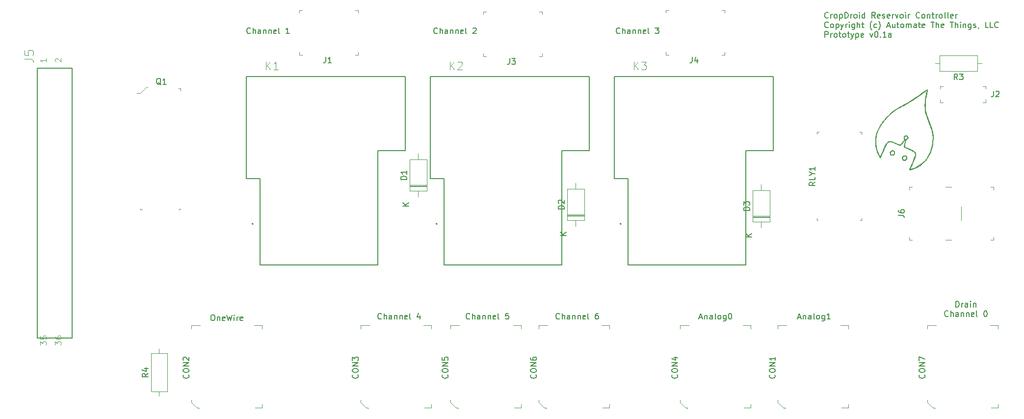
<source format=gto>
G04 #@! TF.GenerationSoftware,KiCad,Pcbnew,5.1.5-52549c5~84~ubuntu18.04.1*
G04 #@! TF.CreationDate,2020-02-03T16:06:42-05:00*
G04 #@! TF.ProjectId,cropdroid-reservoir,63726f70-6472-46f6-9964-2d7265736572,v1*
G04 #@! TF.SameCoordinates,Original*
G04 #@! TF.FileFunction,Legend,Top*
G04 #@! TF.FilePolarity,Positive*
%FSLAX46Y46*%
G04 Gerber Fmt 4.6, Leading zero omitted, Abs format (unit mm)*
G04 Created by KiCad (PCBNEW 5.1.5-52549c5~84~ubuntu18.04.1) date 2020-02-03 16:06:42*
%MOMM*%
%LPD*%
G04 APERTURE LIST*
%ADD10C,0.150000*%
%ADD11C,0.010000*%
%ADD12C,0.120000*%
%ADD13C,0.100000*%
%ADD14C,0.200000*%
%ADD15C,0.152400*%
%ADD16C,0.015000*%
G04 APERTURE END LIST*
D10*
X196350285Y-116244666D02*
X196826476Y-116244666D01*
X196255047Y-116530380D02*
X196588380Y-115530380D01*
X196921714Y-116530380D01*
X197255047Y-115863714D02*
X197255047Y-116530380D01*
X197255047Y-115958952D02*
X197302666Y-115911333D01*
X197397904Y-115863714D01*
X197540761Y-115863714D01*
X197636000Y-115911333D01*
X197683619Y-116006571D01*
X197683619Y-116530380D01*
X198588380Y-116530380D02*
X198588380Y-116006571D01*
X198540761Y-115911333D01*
X198445523Y-115863714D01*
X198255047Y-115863714D01*
X198159809Y-115911333D01*
X198588380Y-116482761D02*
X198493142Y-116530380D01*
X198255047Y-116530380D01*
X198159809Y-116482761D01*
X198112190Y-116387523D01*
X198112190Y-116292285D01*
X198159809Y-116197047D01*
X198255047Y-116149428D01*
X198493142Y-116149428D01*
X198588380Y-116101809D01*
X199207428Y-116530380D02*
X199112190Y-116482761D01*
X199064571Y-116387523D01*
X199064571Y-115530380D01*
X199731238Y-116530380D02*
X199636000Y-116482761D01*
X199588380Y-116435142D01*
X199540761Y-116339904D01*
X199540761Y-116054190D01*
X199588380Y-115958952D01*
X199636000Y-115911333D01*
X199731238Y-115863714D01*
X199874095Y-115863714D01*
X199969333Y-115911333D01*
X200016952Y-115958952D01*
X200064571Y-116054190D01*
X200064571Y-116339904D01*
X200016952Y-116435142D01*
X199969333Y-116482761D01*
X199874095Y-116530380D01*
X199731238Y-116530380D01*
X200921714Y-115863714D02*
X200921714Y-116673238D01*
X200874095Y-116768476D01*
X200826476Y-116816095D01*
X200731238Y-116863714D01*
X200588380Y-116863714D01*
X200493142Y-116816095D01*
X200921714Y-116482761D02*
X200826476Y-116530380D01*
X200636000Y-116530380D01*
X200540761Y-116482761D01*
X200493142Y-116435142D01*
X200445523Y-116339904D01*
X200445523Y-116054190D01*
X200493142Y-115958952D01*
X200540761Y-115911333D01*
X200636000Y-115863714D01*
X200826476Y-115863714D01*
X200921714Y-115911333D01*
X201921714Y-116530380D02*
X201350285Y-116530380D01*
X201636000Y-116530380D02*
X201636000Y-115530380D01*
X201540761Y-115673238D01*
X201445523Y-115768476D01*
X201350285Y-115816095D01*
X179332285Y-116244666D02*
X179808476Y-116244666D01*
X179237047Y-116530380D02*
X179570380Y-115530380D01*
X179903714Y-116530380D01*
X180237047Y-115863714D02*
X180237047Y-116530380D01*
X180237047Y-115958952D02*
X180284666Y-115911333D01*
X180379904Y-115863714D01*
X180522761Y-115863714D01*
X180618000Y-115911333D01*
X180665619Y-116006571D01*
X180665619Y-116530380D01*
X181570380Y-116530380D02*
X181570380Y-116006571D01*
X181522761Y-115911333D01*
X181427523Y-115863714D01*
X181237047Y-115863714D01*
X181141809Y-115911333D01*
X181570380Y-116482761D02*
X181475142Y-116530380D01*
X181237047Y-116530380D01*
X181141809Y-116482761D01*
X181094190Y-116387523D01*
X181094190Y-116292285D01*
X181141809Y-116197047D01*
X181237047Y-116149428D01*
X181475142Y-116149428D01*
X181570380Y-116101809D01*
X182189428Y-116530380D02*
X182094190Y-116482761D01*
X182046571Y-116387523D01*
X182046571Y-115530380D01*
X182713238Y-116530380D02*
X182618000Y-116482761D01*
X182570380Y-116435142D01*
X182522761Y-116339904D01*
X182522761Y-116054190D01*
X182570380Y-115958952D01*
X182618000Y-115911333D01*
X182713238Y-115863714D01*
X182856095Y-115863714D01*
X182951333Y-115911333D01*
X182998952Y-115958952D01*
X183046571Y-116054190D01*
X183046571Y-116339904D01*
X182998952Y-116435142D01*
X182951333Y-116482761D01*
X182856095Y-116530380D01*
X182713238Y-116530380D01*
X183903714Y-115863714D02*
X183903714Y-116673238D01*
X183856095Y-116768476D01*
X183808476Y-116816095D01*
X183713238Y-116863714D01*
X183570380Y-116863714D01*
X183475142Y-116816095D01*
X183903714Y-116482761D02*
X183808476Y-116530380D01*
X183618000Y-116530380D01*
X183522761Y-116482761D01*
X183475142Y-116435142D01*
X183427523Y-116339904D01*
X183427523Y-116054190D01*
X183475142Y-115958952D01*
X183522761Y-115911333D01*
X183618000Y-115863714D01*
X183808476Y-115863714D01*
X183903714Y-115911333D01*
X184570380Y-115530380D02*
X184665619Y-115530380D01*
X184760857Y-115578000D01*
X184808476Y-115625619D01*
X184856095Y-115720857D01*
X184903714Y-115911333D01*
X184903714Y-116149428D01*
X184856095Y-116339904D01*
X184808476Y-116435142D01*
X184760857Y-116482761D01*
X184665619Y-116530380D01*
X184570380Y-116530380D01*
X184475142Y-116482761D01*
X184427523Y-116435142D01*
X184379904Y-116339904D01*
X184332285Y-116149428D01*
X184332285Y-115911333D01*
X184379904Y-115720857D01*
X184427523Y-115625619D01*
X184475142Y-115578000D01*
X184570380Y-115530380D01*
X155194380Y-116435142D02*
X155146761Y-116482761D01*
X155003904Y-116530380D01*
X154908666Y-116530380D01*
X154765809Y-116482761D01*
X154670571Y-116387523D01*
X154622952Y-116292285D01*
X154575333Y-116101809D01*
X154575333Y-115958952D01*
X154622952Y-115768476D01*
X154670571Y-115673238D01*
X154765809Y-115578000D01*
X154908666Y-115530380D01*
X155003904Y-115530380D01*
X155146761Y-115578000D01*
X155194380Y-115625619D01*
X155622952Y-116530380D02*
X155622952Y-115530380D01*
X156051523Y-116530380D02*
X156051523Y-116006571D01*
X156003904Y-115911333D01*
X155908666Y-115863714D01*
X155765809Y-115863714D01*
X155670571Y-115911333D01*
X155622952Y-115958952D01*
X156956285Y-116530380D02*
X156956285Y-116006571D01*
X156908666Y-115911333D01*
X156813428Y-115863714D01*
X156622952Y-115863714D01*
X156527714Y-115911333D01*
X156956285Y-116482761D02*
X156861047Y-116530380D01*
X156622952Y-116530380D01*
X156527714Y-116482761D01*
X156480095Y-116387523D01*
X156480095Y-116292285D01*
X156527714Y-116197047D01*
X156622952Y-116149428D01*
X156861047Y-116149428D01*
X156956285Y-116101809D01*
X157432476Y-115863714D02*
X157432476Y-116530380D01*
X157432476Y-115958952D02*
X157480095Y-115911333D01*
X157575333Y-115863714D01*
X157718190Y-115863714D01*
X157813428Y-115911333D01*
X157861047Y-116006571D01*
X157861047Y-116530380D01*
X158337238Y-115863714D02*
X158337238Y-116530380D01*
X158337238Y-115958952D02*
X158384857Y-115911333D01*
X158480095Y-115863714D01*
X158622952Y-115863714D01*
X158718190Y-115911333D01*
X158765809Y-116006571D01*
X158765809Y-116530380D01*
X159622952Y-116482761D02*
X159527714Y-116530380D01*
X159337238Y-116530380D01*
X159242000Y-116482761D01*
X159194380Y-116387523D01*
X159194380Y-116006571D01*
X159242000Y-115911333D01*
X159337238Y-115863714D01*
X159527714Y-115863714D01*
X159622952Y-115911333D01*
X159670571Y-116006571D01*
X159670571Y-116101809D01*
X159194380Y-116197047D01*
X160242000Y-116530380D02*
X160146761Y-116482761D01*
X160099142Y-116387523D01*
X160099142Y-115530380D01*
X161813428Y-115530380D02*
X161622952Y-115530380D01*
X161527714Y-115578000D01*
X161480095Y-115625619D01*
X161384857Y-115768476D01*
X161337238Y-115958952D01*
X161337238Y-116339904D01*
X161384857Y-116435142D01*
X161432476Y-116482761D01*
X161527714Y-116530380D01*
X161718190Y-116530380D01*
X161813428Y-116482761D01*
X161861047Y-116435142D01*
X161908666Y-116339904D01*
X161908666Y-116101809D01*
X161861047Y-116006571D01*
X161813428Y-115958952D01*
X161718190Y-115911333D01*
X161527714Y-115911333D01*
X161432476Y-115958952D01*
X161384857Y-116006571D01*
X161337238Y-116101809D01*
X139700380Y-116435142D02*
X139652761Y-116482761D01*
X139509904Y-116530380D01*
X139414666Y-116530380D01*
X139271809Y-116482761D01*
X139176571Y-116387523D01*
X139128952Y-116292285D01*
X139081333Y-116101809D01*
X139081333Y-115958952D01*
X139128952Y-115768476D01*
X139176571Y-115673238D01*
X139271809Y-115578000D01*
X139414666Y-115530380D01*
X139509904Y-115530380D01*
X139652761Y-115578000D01*
X139700380Y-115625619D01*
X140128952Y-116530380D02*
X140128952Y-115530380D01*
X140557523Y-116530380D02*
X140557523Y-116006571D01*
X140509904Y-115911333D01*
X140414666Y-115863714D01*
X140271809Y-115863714D01*
X140176571Y-115911333D01*
X140128952Y-115958952D01*
X141462285Y-116530380D02*
X141462285Y-116006571D01*
X141414666Y-115911333D01*
X141319428Y-115863714D01*
X141128952Y-115863714D01*
X141033714Y-115911333D01*
X141462285Y-116482761D02*
X141367047Y-116530380D01*
X141128952Y-116530380D01*
X141033714Y-116482761D01*
X140986095Y-116387523D01*
X140986095Y-116292285D01*
X141033714Y-116197047D01*
X141128952Y-116149428D01*
X141367047Y-116149428D01*
X141462285Y-116101809D01*
X141938476Y-115863714D02*
X141938476Y-116530380D01*
X141938476Y-115958952D02*
X141986095Y-115911333D01*
X142081333Y-115863714D01*
X142224190Y-115863714D01*
X142319428Y-115911333D01*
X142367047Y-116006571D01*
X142367047Y-116530380D01*
X142843238Y-115863714D02*
X142843238Y-116530380D01*
X142843238Y-115958952D02*
X142890857Y-115911333D01*
X142986095Y-115863714D01*
X143128952Y-115863714D01*
X143224190Y-115911333D01*
X143271809Y-116006571D01*
X143271809Y-116530380D01*
X144128952Y-116482761D02*
X144033714Y-116530380D01*
X143843238Y-116530380D01*
X143748000Y-116482761D01*
X143700380Y-116387523D01*
X143700380Y-116006571D01*
X143748000Y-115911333D01*
X143843238Y-115863714D01*
X144033714Y-115863714D01*
X144128952Y-115911333D01*
X144176571Y-116006571D01*
X144176571Y-116101809D01*
X143700380Y-116197047D01*
X144748000Y-116530380D02*
X144652761Y-116482761D01*
X144605142Y-116387523D01*
X144605142Y-115530380D01*
X146367047Y-115530380D02*
X145890857Y-115530380D01*
X145843238Y-116006571D01*
X145890857Y-115958952D01*
X145986095Y-115911333D01*
X146224190Y-115911333D01*
X146319428Y-115958952D01*
X146367047Y-116006571D01*
X146414666Y-116101809D01*
X146414666Y-116339904D01*
X146367047Y-116435142D01*
X146319428Y-116482761D01*
X146224190Y-116530380D01*
X145986095Y-116530380D01*
X145890857Y-116482761D01*
X145843238Y-116435142D01*
X165608380Y-67159142D02*
X165560761Y-67206761D01*
X165417904Y-67254380D01*
X165322666Y-67254380D01*
X165179809Y-67206761D01*
X165084571Y-67111523D01*
X165036952Y-67016285D01*
X164989333Y-66825809D01*
X164989333Y-66682952D01*
X165036952Y-66492476D01*
X165084571Y-66397238D01*
X165179809Y-66302000D01*
X165322666Y-66254380D01*
X165417904Y-66254380D01*
X165560761Y-66302000D01*
X165608380Y-66349619D01*
X166036952Y-67254380D02*
X166036952Y-66254380D01*
X166465523Y-67254380D02*
X166465523Y-66730571D01*
X166417904Y-66635333D01*
X166322666Y-66587714D01*
X166179809Y-66587714D01*
X166084571Y-66635333D01*
X166036952Y-66682952D01*
X167370285Y-67254380D02*
X167370285Y-66730571D01*
X167322666Y-66635333D01*
X167227428Y-66587714D01*
X167036952Y-66587714D01*
X166941714Y-66635333D01*
X167370285Y-67206761D02*
X167275047Y-67254380D01*
X167036952Y-67254380D01*
X166941714Y-67206761D01*
X166894095Y-67111523D01*
X166894095Y-67016285D01*
X166941714Y-66921047D01*
X167036952Y-66873428D01*
X167275047Y-66873428D01*
X167370285Y-66825809D01*
X167846476Y-66587714D02*
X167846476Y-67254380D01*
X167846476Y-66682952D02*
X167894095Y-66635333D01*
X167989333Y-66587714D01*
X168132190Y-66587714D01*
X168227428Y-66635333D01*
X168275047Y-66730571D01*
X168275047Y-67254380D01*
X168751238Y-66587714D02*
X168751238Y-67254380D01*
X168751238Y-66682952D02*
X168798857Y-66635333D01*
X168894095Y-66587714D01*
X169036952Y-66587714D01*
X169132190Y-66635333D01*
X169179809Y-66730571D01*
X169179809Y-67254380D01*
X170036952Y-67206761D02*
X169941714Y-67254380D01*
X169751238Y-67254380D01*
X169656000Y-67206761D01*
X169608380Y-67111523D01*
X169608380Y-66730571D01*
X169656000Y-66635333D01*
X169751238Y-66587714D01*
X169941714Y-66587714D01*
X170036952Y-66635333D01*
X170084571Y-66730571D01*
X170084571Y-66825809D01*
X169608380Y-66921047D01*
X170656000Y-67254380D02*
X170560761Y-67206761D01*
X170513142Y-67111523D01*
X170513142Y-66254380D01*
X171703619Y-66254380D02*
X172322666Y-66254380D01*
X171989333Y-66635333D01*
X172132190Y-66635333D01*
X172227428Y-66682952D01*
X172275047Y-66730571D01*
X172322666Y-66825809D01*
X172322666Y-67063904D01*
X172275047Y-67159142D01*
X172227428Y-67206761D01*
X172132190Y-67254380D01*
X171846476Y-67254380D01*
X171751238Y-67206761D01*
X171703619Y-67159142D01*
X134112380Y-67159142D02*
X134064761Y-67206761D01*
X133921904Y-67254380D01*
X133826666Y-67254380D01*
X133683809Y-67206761D01*
X133588571Y-67111523D01*
X133540952Y-67016285D01*
X133493333Y-66825809D01*
X133493333Y-66682952D01*
X133540952Y-66492476D01*
X133588571Y-66397238D01*
X133683809Y-66302000D01*
X133826666Y-66254380D01*
X133921904Y-66254380D01*
X134064761Y-66302000D01*
X134112380Y-66349619D01*
X134540952Y-67254380D02*
X134540952Y-66254380D01*
X134969523Y-67254380D02*
X134969523Y-66730571D01*
X134921904Y-66635333D01*
X134826666Y-66587714D01*
X134683809Y-66587714D01*
X134588571Y-66635333D01*
X134540952Y-66682952D01*
X135874285Y-67254380D02*
X135874285Y-66730571D01*
X135826666Y-66635333D01*
X135731428Y-66587714D01*
X135540952Y-66587714D01*
X135445714Y-66635333D01*
X135874285Y-67206761D02*
X135779047Y-67254380D01*
X135540952Y-67254380D01*
X135445714Y-67206761D01*
X135398095Y-67111523D01*
X135398095Y-67016285D01*
X135445714Y-66921047D01*
X135540952Y-66873428D01*
X135779047Y-66873428D01*
X135874285Y-66825809D01*
X136350476Y-66587714D02*
X136350476Y-67254380D01*
X136350476Y-66682952D02*
X136398095Y-66635333D01*
X136493333Y-66587714D01*
X136636190Y-66587714D01*
X136731428Y-66635333D01*
X136779047Y-66730571D01*
X136779047Y-67254380D01*
X137255238Y-66587714D02*
X137255238Y-67254380D01*
X137255238Y-66682952D02*
X137302857Y-66635333D01*
X137398095Y-66587714D01*
X137540952Y-66587714D01*
X137636190Y-66635333D01*
X137683809Y-66730571D01*
X137683809Y-67254380D01*
X138540952Y-67206761D02*
X138445714Y-67254380D01*
X138255238Y-67254380D01*
X138160000Y-67206761D01*
X138112380Y-67111523D01*
X138112380Y-66730571D01*
X138160000Y-66635333D01*
X138255238Y-66587714D01*
X138445714Y-66587714D01*
X138540952Y-66635333D01*
X138588571Y-66730571D01*
X138588571Y-66825809D01*
X138112380Y-66921047D01*
X139160000Y-67254380D02*
X139064761Y-67206761D01*
X139017142Y-67111523D01*
X139017142Y-66254380D01*
X140255238Y-66349619D02*
X140302857Y-66302000D01*
X140398095Y-66254380D01*
X140636190Y-66254380D01*
X140731428Y-66302000D01*
X140779047Y-66349619D01*
X140826666Y-66444857D01*
X140826666Y-66540095D01*
X140779047Y-66682952D01*
X140207619Y-67254380D01*
X140826666Y-67254380D01*
X101854380Y-67159142D02*
X101806761Y-67206761D01*
X101663904Y-67254380D01*
X101568666Y-67254380D01*
X101425809Y-67206761D01*
X101330571Y-67111523D01*
X101282952Y-67016285D01*
X101235333Y-66825809D01*
X101235333Y-66682952D01*
X101282952Y-66492476D01*
X101330571Y-66397238D01*
X101425809Y-66302000D01*
X101568666Y-66254380D01*
X101663904Y-66254380D01*
X101806761Y-66302000D01*
X101854380Y-66349619D01*
X102282952Y-67254380D02*
X102282952Y-66254380D01*
X102711523Y-67254380D02*
X102711523Y-66730571D01*
X102663904Y-66635333D01*
X102568666Y-66587714D01*
X102425809Y-66587714D01*
X102330571Y-66635333D01*
X102282952Y-66682952D01*
X103616285Y-67254380D02*
X103616285Y-66730571D01*
X103568666Y-66635333D01*
X103473428Y-66587714D01*
X103282952Y-66587714D01*
X103187714Y-66635333D01*
X103616285Y-67206761D02*
X103521047Y-67254380D01*
X103282952Y-67254380D01*
X103187714Y-67206761D01*
X103140095Y-67111523D01*
X103140095Y-67016285D01*
X103187714Y-66921047D01*
X103282952Y-66873428D01*
X103521047Y-66873428D01*
X103616285Y-66825809D01*
X104092476Y-66587714D02*
X104092476Y-67254380D01*
X104092476Y-66682952D02*
X104140095Y-66635333D01*
X104235333Y-66587714D01*
X104378190Y-66587714D01*
X104473428Y-66635333D01*
X104521047Y-66730571D01*
X104521047Y-67254380D01*
X104997238Y-66587714D02*
X104997238Y-67254380D01*
X104997238Y-66682952D02*
X105044857Y-66635333D01*
X105140095Y-66587714D01*
X105282952Y-66587714D01*
X105378190Y-66635333D01*
X105425809Y-66730571D01*
X105425809Y-67254380D01*
X106282952Y-67206761D02*
X106187714Y-67254380D01*
X105997238Y-67254380D01*
X105902000Y-67206761D01*
X105854380Y-67111523D01*
X105854380Y-66730571D01*
X105902000Y-66635333D01*
X105997238Y-66587714D01*
X106187714Y-66587714D01*
X106282952Y-66635333D01*
X106330571Y-66730571D01*
X106330571Y-66825809D01*
X105854380Y-66921047D01*
X106902000Y-67254380D02*
X106806761Y-67206761D01*
X106759142Y-67111523D01*
X106759142Y-66254380D01*
X108568666Y-67254380D02*
X107997238Y-67254380D01*
X108282952Y-67254380D02*
X108282952Y-66254380D01*
X108187714Y-66397238D01*
X108092476Y-66492476D01*
X107997238Y-66540095D01*
X124460380Y-116435142D02*
X124412761Y-116482761D01*
X124269904Y-116530380D01*
X124174666Y-116530380D01*
X124031809Y-116482761D01*
X123936571Y-116387523D01*
X123888952Y-116292285D01*
X123841333Y-116101809D01*
X123841333Y-115958952D01*
X123888952Y-115768476D01*
X123936571Y-115673238D01*
X124031809Y-115578000D01*
X124174666Y-115530380D01*
X124269904Y-115530380D01*
X124412761Y-115578000D01*
X124460380Y-115625619D01*
X124888952Y-116530380D02*
X124888952Y-115530380D01*
X125317523Y-116530380D02*
X125317523Y-116006571D01*
X125269904Y-115911333D01*
X125174666Y-115863714D01*
X125031809Y-115863714D01*
X124936571Y-115911333D01*
X124888952Y-115958952D01*
X126222285Y-116530380D02*
X126222285Y-116006571D01*
X126174666Y-115911333D01*
X126079428Y-115863714D01*
X125888952Y-115863714D01*
X125793714Y-115911333D01*
X126222285Y-116482761D02*
X126127047Y-116530380D01*
X125888952Y-116530380D01*
X125793714Y-116482761D01*
X125746095Y-116387523D01*
X125746095Y-116292285D01*
X125793714Y-116197047D01*
X125888952Y-116149428D01*
X126127047Y-116149428D01*
X126222285Y-116101809D01*
X126698476Y-115863714D02*
X126698476Y-116530380D01*
X126698476Y-115958952D02*
X126746095Y-115911333D01*
X126841333Y-115863714D01*
X126984190Y-115863714D01*
X127079428Y-115911333D01*
X127127047Y-116006571D01*
X127127047Y-116530380D01*
X127603238Y-115863714D02*
X127603238Y-116530380D01*
X127603238Y-115958952D02*
X127650857Y-115911333D01*
X127746095Y-115863714D01*
X127888952Y-115863714D01*
X127984190Y-115911333D01*
X128031809Y-116006571D01*
X128031809Y-116530380D01*
X128888952Y-116482761D02*
X128793714Y-116530380D01*
X128603238Y-116530380D01*
X128508000Y-116482761D01*
X128460380Y-116387523D01*
X128460380Y-116006571D01*
X128508000Y-115911333D01*
X128603238Y-115863714D01*
X128793714Y-115863714D01*
X128888952Y-115911333D01*
X128936571Y-116006571D01*
X128936571Y-116101809D01*
X128460380Y-116197047D01*
X129508000Y-116530380D02*
X129412761Y-116482761D01*
X129365142Y-116387523D01*
X129365142Y-115530380D01*
X131079428Y-115863714D02*
X131079428Y-116530380D01*
X130841333Y-115482761D02*
X130603238Y-116197047D01*
X131222285Y-116197047D01*
X223583714Y-114435380D02*
X223583714Y-113435380D01*
X223821809Y-113435380D01*
X223964666Y-113483000D01*
X224059904Y-113578238D01*
X224107523Y-113673476D01*
X224155142Y-113863952D01*
X224155142Y-114006809D01*
X224107523Y-114197285D01*
X224059904Y-114292523D01*
X223964666Y-114387761D01*
X223821809Y-114435380D01*
X223583714Y-114435380D01*
X224583714Y-114435380D02*
X224583714Y-113768714D01*
X224583714Y-113959190D02*
X224631333Y-113863952D01*
X224678952Y-113816333D01*
X224774190Y-113768714D01*
X224869428Y-113768714D01*
X225631333Y-114435380D02*
X225631333Y-113911571D01*
X225583714Y-113816333D01*
X225488476Y-113768714D01*
X225298000Y-113768714D01*
X225202761Y-113816333D01*
X225631333Y-114387761D02*
X225536095Y-114435380D01*
X225298000Y-114435380D01*
X225202761Y-114387761D01*
X225155142Y-114292523D01*
X225155142Y-114197285D01*
X225202761Y-114102047D01*
X225298000Y-114054428D01*
X225536095Y-114054428D01*
X225631333Y-114006809D01*
X226107523Y-114435380D02*
X226107523Y-113768714D01*
X226107523Y-113435380D02*
X226059904Y-113483000D01*
X226107523Y-113530619D01*
X226155142Y-113483000D01*
X226107523Y-113435380D01*
X226107523Y-113530619D01*
X226583714Y-113768714D02*
X226583714Y-114435380D01*
X226583714Y-113863952D02*
X226631333Y-113816333D01*
X226726571Y-113768714D01*
X226869428Y-113768714D01*
X226964666Y-113816333D01*
X227012285Y-113911571D01*
X227012285Y-114435380D01*
X222250380Y-115990142D02*
X222202761Y-116037761D01*
X222059904Y-116085380D01*
X221964666Y-116085380D01*
X221821809Y-116037761D01*
X221726571Y-115942523D01*
X221678952Y-115847285D01*
X221631333Y-115656809D01*
X221631333Y-115513952D01*
X221678952Y-115323476D01*
X221726571Y-115228238D01*
X221821809Y-115133000D01*
X221964666Y-115085380D01*
X222059904Y-115085380D01*
X222202761Y-115133000D01*
X222250380Y-115180619D01*
X222678952Y-116085380D02*
X222678952Y-115085380D01*
X223107523Y-116085380D02*
X223107523Y-115561571D01*
X223059904Y-115466333D01*
X222964666Y-115418714D01*
X222821809Y-115418714D01*
X222726571Y-115466333D01*
X222678952Y-115513952D01*
X224012285Y-116085380D02*
X224012285Y-115561571D01*
X223964666Y-115466333D01*
X223869428Y-115418714D01*
X223678952Y-115418714D01*
X223583714Y-115466333D01*
X224012285Y-116037761D02*
X223917047Y-116085380D01*
X223678952Y-116085380D01*
X223583714Y-116037761D01*
X223536095Y-115942523D01*
X223536095Y-115847285D01*
X223583714Y-115752047D01*
X223678952Y-115704428D01*
X223917047Y-115704428D01*
X224012285Y-115656809D01*
X224488476Y-115418714D02*
X224488476Y-116085380D01*
X224488476Y-115513952D02*
X224536095Y-115466333D01*
X224631333Y-115418714D01*
X224774190Y-115418714D01*
X224869428Y-115466333D01*
X224917047Y-115561571D01*
X224917047Y-116085380D01*
X225393238Y-115418714D02*
X225393238Y-116085380D01*
X225393238Y-115513952D02*
X225440857Y-115466333D01*
X225536095Y-115418714D01*
X225678952Y-115418714D01*
X225774190Y-115466333D01*
X225821809Y-115561571D01*
X225821809Y-116085380D01*
X226678952Y-116037761D02*
X226583714Y-116085380D01*
X226393238Y-116085380D01*
X226298000Y-116037761D01*
X226250380Y-115942523D01*
X226250380Y-115561571D01*
X226298000Y-115466333D01*
X226393238Y-115418714D01*
X226583714Y-115418714D01*
X226678952Y-115466333D01*
X226726571Y-115561571D01*
X226726571Y-115656809D01*
X226250380Y-115752047D01*
X227298000Y-116085380D02*
X227202761Y-116037761D01*
X227155142Y-115942523D01*
X227155142Y-115085380D01*
X228631333Y-115085380D02*
X228726571Y-115085380D01*
X228821809Y-115133000D01*
X228869428Y-115180619D01*
X228917047Y-115275857D01*
X228964666Y-115466333D01*
X228964666Y-115704428D01*
X228917047Y-115894904D01*
X228869428Y-115990142D01*
X228821809Y-116037761D01*
X228726571Y-116085380D01*
X228631333Y-116085380D01*
X228536095Y-116037761D01*
X228488476Y-115990142D01*
X228440857Y-115894904D01*
X228393238Y-115704428D01*
X228393238Y-115466333D01*
X228440857Y-115275857D01*
X228488476Y-115180619D01*
X228536095Y-115133000D01*
X228631333Y-115085380D01*
X95266190Y-115784380D02*
X95456666Y-115784380D01*
X95551904Y-115832000D01*
X95647142Y-115927238D01*
X95694761Y-116117714D01*
X95694761Y-116451047D01*
X95647142Y-116641523D01*
X95551904Y-116736761D01*
X95456666Y-116784380D01*
X95266190Y-116784380D01*
X95170952Y-116736761D01*
X95075714Y-116641523D01*
X95028095Y-116451047D01*
X95028095Y-116117714D01*
X95075714Y-115927238D01*
X95170952Y-115832000D01*
X95266190Y-115784380D01*
X96123333Y-116117714D02*
X96123333Y-116784380D01*
X96123333Y-116212952D02*
X96170952Y-116165333D01*
X96266190Y-116117714D01*
X96409047Y-116117714D01*
X96504285Y-116165333D01*
X96551904Y-116260571D01*
X96551904Y-116784380D01*
X97409047Y-116736761D02*
X97313809Y-116784380D01*
X97123333Y-116784380D01*
X97028095Y-116736761D01*
X96980476Y-116641523D01*
X96980476Y-116260571D01*
X97028095Y-116165333D01*
X97123333Y-116117714D01*
X97313809Y-116117714D01*
X97409047Y-116165333D01*
X97456666Y-116260571D01*
X97456666Y-116355809D01*
X96980476Y-116451047D01*
X97790000Y-115784380D02*
X98028095Y-116784380D01*
X98218571Y-116070095D01*
X98409047Y-116784380D01*
X98647142Y-115784380D01*
X99028095Y-116784380D02*
X99028095Y-116117714D01*
X99028095Y-115784380D02*
X98980476Y-115832000D01*
X99028095Y-115879619D01*
X99075714Y-115832000D01*
X99028095Y-115784380D01*
X99028095Y-115879619D01*
X99504285Y-116784380D02*
X99504285Y-116117714D01*
X99504285Y-116308190D02*
X99551904Y-116212952D01*
X99599523Y-116165333D01*
X99694761Y-116117714D01*
X99790000Y-116117714D01*
X100504285Y-116736761D02*
X100409047Y-116784380D01*
X100218571Y-116784380D01*
X100123333Y-116736761D01*
X100075714Y-116641523D01*
X100075714Y-116260571D01*
X100123333Y-116165333D01*
X100218571Y-116117714D01*
X100409047Y-116117714D01*
X100504285Y-116165333D01*
X100551904Y-116260571D01*
X100551904Y-116355809D01*
X100075714Y-116451047D01*
X201567023Y-64493142D02*
X201519404Y-64540761D01*
X201376547Y-64588380D01*
X201281309Y-64588380D01*
X201138452Y-64540761D01*
X201043214Y-64445523D01*
X200995595Y-64350285D01*
X200947976Y-64159809D01*
X200947976Y-64016952D01*
X200995595Y-63826476D01*
X201043214Y-63731238D01*
X201138452Y-63636000D01*
X201281309Y-63588380D01*
X201376547Y-63588380D01*
X201519404Y-63636000D01*
X201567023Y-63683619D01*
X201995595Y-64588380D02*
X201995595Y-63921714D01*
X201995595Y-64112190D02*
X202043214Y-64016952D01*
X202090833Y-63969333D01*
X202186071Y-63921714D01*
X202281309Y-63921714D01*
X202757500Y-64588380D02*
X202662261Y-64540761D01*
X202614642Y-64493142D01*
X202567023Y-64397904D01*
X202567023Y-64112190D01*
X202614642Y-64016952D01*
X202662261Y-63969333D01*
X202757500Y-63921714D01*
X202900357Y-63921714D01*
X202995595Y-63969333D01*
X203043214Y-64016952D01*
X203090833Y-64112190D01*
X203090833Y-64397904D01*
X203043214Y-64493142D01*
X202995595Y-64540761D01*
X202900357Y-64588380D01*
X202757500Y-64588380D01*
X203519404Y-63921714D02*
X203519404Y-64921714D01*
X203519404Y-63969333D02*
X203614642Y-63921714D01*
X203805119Y-63921714D01*
X203900357Y-63969333D01*
X203947976Y-64016952D01*
X203995595Y-64112190D01*
X203995595Y-64397904D01*
X203947976Y-64493142D01*
X203900357Y-64540761D01*
X203805119Y-64588380D01*
X203614642Y-64588380D01*
X203519404Y-64540761D01*
X204424166Y-64588380D02*
X204424166Y-63588380D01*
X204662261Y-63588380D01*
X204805119Y-63636000D01*
X204900357Y-63731238D01*
X204947976Y-63826476D01*
X204995595Y-64016952D01*
X204995595Y-64159809D01*
X204947976Y-64350285D01*
X204900357Y-64445523D01*
X204805119Y-64540761D01*
X204662261Y-64588380D01*
X204424166Y-64588380D01*
X205424166Y-64588380D02*
X205424166Y-63921714D01*
X205424166Y-64112190D02*
X205471785Y-64016952D01*
X205519404Y-63969333D01*
X205614642Y-63921714D01*
X205709880Y-63921714D01*
X206186071Y-64588380D02*
X206090833Y-64540761D01*
X206043214Y-64493142D01*
X205995595Y-64397904D01*
X205995595Y-64112190D01*
X206043214Y-64016952D01*
X206090833Y-63969333D01*
X206186071Y-63921714D01*
X206328928Y-63921714D01*
X206424166Y-63969333D01*
X206471785Y-64016952D01*
X206519404Y-64112190D01*
X206519404Y-64397904D01*
X206471785Y-64493142D01*
X206424166Y-64540761D01*
X206328928Y-64588380D01*
X206186071Y-64588380D01*
X206947976Y-64588380D02*
X206947976Y-63921714D01*
X206947976Y-63588380D02*
X206900357Y-63636000D01*
X206947976Y-63683619D01*
X206995595Y-63636000D01*
X206947976Y-63588380D01*
X206947976Y-63683619D01*
X207852738Y-64588380D02*
X207852738Y-63588380D01*
X207852738Y-64540761D02*
X207757500Y-64588380D01*
X207567023Y-64588380D01*
X207471785Y-64540761D01*
X207424166Y-64493142D01*
X207376547Y-64397904D01*
X207376547Y-64112190D01*
X207424166Y-64016952D01*
X207471785Y-63969333D01*
X207567023Y-63921714D01*
X207757500Y-63921714D01*
X207852738Y-63969333D01*
X209662261Y-64588380D02*
X209328928Y-64112190D01*
X209090833Y-64588380D02*
X209090833Y-63588380D01*
X209471785Y-63588380D01*
X209567023Y-63636000D01*
X209614642Y-63683619D01*
X209662261Y-63778857D01*
X209662261Y-63921714D01*
X209614642Y-64016952D01*
X209567023Y-64064571D01*
X209471785Y-64112190D01*
X209090833Y-64112190D01*
X210471785Y-64540761D02*
X210376547Y-64588380D01*
X210186071Y-64588380D01*
X210090833Y-64540761D01*
X210043214Y-64445523D01*
X210043214Y-64064571D01*
X210090833Y-63969333D01*
X210186071Y-63921714D01*
X210376547Y-63921714D01*
X210471785Y-63969333D01*
X210519404Y-64064571D01*
X210519404Y-64159809D01*
X210043214Y-64255047D01*
X210900357Y-64540761D02*
X210995595Y-64588380D01*
X211186071Y-64588380D01*
X211281309Y-64540761D01*
X211328928Y-64445523D01*
X211328928Y-64397904D01*
X211281309Y-64302666D01*
X211186071Y-64255047D01*
X211043214Y-64255047D01*
X210947976Y-64207428D01*
X210900357Y-64112190D01*
X210900357Y-64064571D01*
X210947976Y-63969333D01*
X211043214Y-63921714D01*
X211186071Y-63921714D01*
X211281309Y-63969333D01*
X212138452Y-64540761D02*
X212043214Y-64588380D01*
X211852738Y-64588380D01*
X211757500Y-64540761D01*
X211709880Y-64445523D01*
X211709880Y-64064571D01*
X211757500Y-63969333D01*
X211852738Y-63921714D01*
X212043214Y-63921714D01*
X212138452Y-63969333D01*
X212186071Y-64064571D01*
X212186071Y-64159809D01*
X211709880Y-64255047D01*
X212614642Y-64588380D02*
X212614642Y-63921714D01*
X212614642Y-64112190D02*
X212662261Y-64016952D01*
X212709880Y-63969333D01*
X212805119Y-63921714D01*
X212900357Y-63921714D01*
X213138452Y-63921714D02*
X213376547Y-64588380D01*
X213614642Y-63921714D01*
X214138452Y-64588380D02*
X214043214Y-64540761D01*
X213995595Y-64493142D01*
X213947976Y-64397904D01*
X213947976Y-64112190D01*
X213995595Y-64016952D01*
X214043214Y-63969333D01*
X214138452Y-63921714D01*
X214281309Y-63921714D01*
X214376547Y-63969333D01*
X214424166Y-64016952D01*
X214471785Y-64112190D01*
X214471785Y-64397904D01*
X214424166Y-64493142D01*
X214376547Y-64540761D01*
X214281309Y-64588380D01*
X214138452Y-64588380D01*
X214900357Y-64588380D02*
X214900357Y-63921714D01*
X214900357Y-63588380D02*
X214852738Y-63636000D01*
X214900357Y-63683619D01*
X214947976Y-63636000D01*
X214900357Y-63588380D01*
X214900357Y-63683619D01*
X215376547Y-64588380D02*
X215376547Y-63921714D01*
X215376547Y-64112190D02*
X215424166Y-64016952D01*
X215471785Y-63969333D01*
X215567023Y-63921714D01*
X215662261Y-63921714D01*
X217328928Y-64493142D02*
X217281309Y-64540761D01*
X217138452Y-64588380D01*
X217043214Y-64588380D01*
X216900357Y-64540761D01*
X216805119Y-64445523D01*
X216757500Y-64350285D01*
X216709880Y-64159809D01*
X216709880Y-64016952D01*
X216757500Y-63826476D01*
X216805119Y-63731238D01*
X216900357Y-63636000D01*
X217043214Y-63588380D01*
X217138452Y-63588380D01*
X217281309Y-63636000D01*
X217328928Y-63683619D01*
X217900357Y-64588380D02*
X217805119Y-64540761D01*
X217757500Y-64493142D01*
X217709880Y-64397904D01*
X217709880Y-64112190D01*
X217757500Y-64016952D01*
X217805119Y-63969333D01*
X217900357Y-63921714D01*
X218043214Y-63921714D01*
X218138452Y-63969333D01*
X218186071Y-64016952D01*
X218233690Y-64112190D01*
X218233690Y-64397904D01*
X218186071Y-64493142D01*
X218138452Y-64540761D01*
X218043214Y-64588380D01*
X217900357Y-64588380D01*
X218662261Y-63921714D02*
X218662261Y-64588380D01*
X218662261Y-64016952D02*
X218709880Y-63969333D01*
X218805119Y-63921714D01*
X218947976Y-63921714D01*
X219043214Y-63969333D01*
X219090833Y-64064571D01*
X219090833Y-64588380D01*
X219424166Y-63921714D02*
X219805119Y-63921714D01*
X219567023Y-63588380D02*
X219567023Y-64445523D01*
X219614642Y-64540761D01*
X219709880Y-64588380D01*
X219805119Y-64588380D01*
X220138452Y-64588380D02*
X220138452Y-63921714D01*
X220138452Y-64112190D02*
X220186071Y-64016952D01*
X220233690Y-63969333D01*
X220328928Y-63921714D01*
X220424166Y-63921714D01*
X220900357Y-64588380D02*
X220805119Y-64540761D01*
X220757500Y-64493142D01*
X220709880Y-64397904D01*
X220709880Y-64112190D01*
X220757500Y-64016952D01*
X220805119Y-63969333D01*
X220900357Y-63921714D01*
X221043214Y-63921714D01*
X221138452Y-63969333D01*
X221186071Y-64016952D01*
X221233690Y-64112190D01*
X221233690Y-64397904D01*
X221186071Y-64493142D01*
X221138452Y-64540761D01*
X221043214Y-64588380D01*
X220900357Y-64588380D01*
X221805119Y-64588380D02*
X221709880Y-64540761D01*
X221662261Y-64445523D01*
X221662261Y-63588380D01*
X222328928Y-64588380D02*
X222233690Y-64540761D01*
X222186071Y-64445523D01*
X222186071Y-63588380D01*
X223090833Y-64540761D02*
X222995595Y-64588380D01*
X222805119Y-64588380D01*
X222709880Y-64540761D01*
X222662261Y-64445523D01*
X222662261Y-64064571D01*
X222709880Y-63969333D01*
X222805119Y-63921714D01*
X222995595Y-63921714D01*
X223090833Y-63969333D01*
X223138452Y-64064571D01*
X223138452Y-64159809D01*
X222662261Y-64255047D01*
X223567023Y-64588380D02*
X223567023Y-63921714D01*
X223567023Y-64112190D02*
X223614642Y-64016952D01*
X223662261Y-63969333D01*
X223757500Y-63921714D01*
X223852738Y-63921714D01*
X201567023Y-66143142D02*
X201519404Y-66190761D01*
X201376547Y-66238380D01*
X201281309Y-66238380D01*
X201138452Y-66190761D01*
X201043214Y-66095523D01*
X200995595Y-66000285D01*
X200947976Y-65809809D01*
X200947976Y-65666952D01*
X200995595Y-65476476D01*
X201043214Y-65381238D01*
X201138452Y-65286000D01*
X201281309Y-65238380D01*
X201376547Y-65238380D01*
X201519404Y-65286000D01*
X201567023Y-65333619D01*
X202138452Y-66238380D02*
X202043214Y-66190761D01*
X201995595Y-66143142D01*
X201947976Y-66047904D01*
X201947976Y-65762190D01*
X201995595Y-65666952D01*
X202043214Y-65619333D01*
X202138452Y-65571714D01*
X202281309Y-65571714D01*
X202376547Y-65619333D01*
X202424166Y-65666952D01*
X202471785Y-65762190D01*
X202471785Y-66047904D01*
X202424166Y-66143142D01*
X202376547Y-66190761D01*
X202281309Y-66238380D01*
X202138452Y-66238380D01*
X202900357Y-65571714D02*
X202900357Y-66571714D01*
X202900357Y-65619333D02*
X202995595Y-65571714D01*
X203186071Y-65571714D01*
X203281309Y-65619333D01*
X203328928Y-65666952D01*
X203376547Y-65762190D01*
X203376547Y-66047904D01*
X203328928Y-66143142D01*
X203281309Y-66190761D01*
X203186071Y-66238380D01*
X202995595Y-66238380D01*
X202900357Y-66190761D01*
X203709880Y-65571714D02*
X203947976Y-66238380D01*
X204186071Y-65571714D02*
X203947976Y-66238380D01*
X203852738Y-66476476D01*
X203805119Y-66524095D01*
X203709880Y-66571714D01*
X204567023Y-66238380D02*
X204567023Y-65571714D01*
X204567023Y-65762190D02*
X204614642Y-65666952D01*
X204662261Y-65619333D01*
X204757500Y-65571714D01*
X204852738Y-65571714D01*
X205186071Y-66238380D02*
X205186071Y-65571714D01*
X205186071Y-65238380D02*
X205138452Y-65286000D01*
X205186071Y-65333619D01*
X205233690Y-65286000D01*
X205186071Y-65238380D01*
X205186071Y-65333619D01*
X206090833Y-65571714D02*
X206090833Y-66381238D01*
X206043214Y-66476476D01*
X205995595Y-66524095D01*
X205900357Y-66571714D01*
X205757500Y-66571714D01*
X205662261Y-66524095D01*
X206090833Y-66190761D02*
X205995595Y-66238380D01*
X205805119Y-66238380D01*
X205709880Y-66190761D01*
X205662261Y-66143142D01*
X205614642Y-66047904D01*
X205614642Y-65762190D01*
X205662261Y-65666952D01*
X205709880Y-65619333D01*
X205805119Y-65571714D01*
X205995595Y-65571714D01*
X206090833Y-65619333D01*
X206567023Y-66238380D02*
X206567023Y-65238380D01*
X206995595Y-66238380D02*
X206995595Y-65714571D01*
X206947976Y-65619333D01*
X206852738Y-65571714D01*
X206709880Y-65571714D01*
X206614642Y-65619333D01*
X206567023Y-65666952D01*
X207328928Y-65571714D02*
X207709880Y-65571714D01*
X207471785Y-65238380D02*
X207471785Y-66095523D01*
X207519404Y-66190761D01*
X207614642Y-66238380D01*
X207709880Y-66238380D01*
X209090833Y-66619333D02*
X209043214Y-66571714D01*
X208947976Y-66428857D01*
X208900357Y-66333619D01*
X208852738Y-66190761D01*
X208805119Y-65952666D01*
X208805119Y-65762190D01*
X208852738Y-65524095D01*
X208900357Y-65381238D01*
X208947976Y-65286000D01*
X209043214Y-65143142D01*
X209090833Y-65095523D01*
X209900357Y-66190761D02*
X209805119Y-66238380D01*
X209614642Y-66238380D01*
X209519404Y-66190761D01*
X209471785Y-66143142D01*
X209424166Y-66047904D01*
X209424166Y-65762190D01*
X209471785Y-65666952D01*
X209519404Y-65619333D01*
X209614642Y-65571714D01*
X209805119Y-65571714D01*
X209900357Y-65619333D01*
X210233690Y-66619333D02*
X210281309Y-66571714D01*
X210376547Y-66428857D01*
X210424166Y-66333619D01*
X210471785Y-66190761D01*
X210519404Y-65952666D01*
X210519404Y-65762190D01*
X210471785Y-65524095D01*
X210424166Y-65381238D01*
X210376547Y-65286000D01*
X210281309Y-65143142D01*
X210233690Y-65095523D01*
X211709880Y-65952666D02*
X212186071Y-65952666D01*
X211614642Y-66238380D02*
X211947976Y-65238380D01*
X212281309Y-66238380D01*
X213043214Y-65571714D02*
X213043214Y-66238380D01*
X212614642Y-65571714D02*
X212614642Y-66095523D01*
X212662261Y-66190761D01*
X212757500Y-66238380D01*
X212900357Y-66238380D01*
X212995595Y-66190761D01*
X213043214Y-66143142D01*
X213376547Y-65571714D02*
X213757500Y-65571714D01*
X213519404Y-65238380D02*
X213519404Y-66095523D01*
X213567023Y-66190761D01*
X213662261Y-66238380D01*
X213757500Y-66238380D01*
X214233690Y-66238380D02*
X214138452Y-66190761D01*
X214090833Y-66143142D01*
X214043214Y-66047904D01*
X214043214Y-65762190D01*
X214090833Y-65666952D01*
X214138452Y-65619333D01*
X214233690Y-65571714D01*
X214376547Y-65571714D01*
X214471785Y-65619333D01*
X214519404Y-65666952D01*
X214567023Y-65762190D01*
X214567023Y-66047904D01*
X214519404Y-66143142D01*
X214471785Y-66190761D01*
X214376547Y-66238380D01*
X214233690Y-66238380D01*
X214995595Y-66238380D02*
X214995595Y-65571714D01*
X214995595Y-65666952D02*
X215043214Y-65619333D01*
X215138452Y-65571714D01*
X215281309Y-65571714D01*
X215376547Y-65619333D01*
X215424166Y-65714571D01*
X215424166Y-66238380D01*
X215424166Y-65714571D02*
X215471785Y-65619333D01*
X215567023Y-65571714D01*
X215709880Y-65571714D01*
X215805119Y-65619333D01*
X215852738Y-65714571D01*
X215852738Y-66238380D01*
X216757500Y-66238380D02*
X216757500Y-65714571D01*
X216709880Y-65619333D01*
X216614642Y-65571714D01*
X216424166Y-65571714D01*
X216328928Y-65619333D01*
X216757500Y-66190761D02*
X216662261Y-66238380D01*
X216424166Y-66238380D01*
X216328928Y-66190761D01*
X216281309Y-66095523D01*
X216281309Y-66000285D01*
X216328928Y-65905047D01*
X216424166Y-65857428D01*
X216662261Y-65857428D01*
X216757500Y-65809809D01*
X217090833Y-65571714D02*
X217471785Y-65571714D01*
X217233690Y-65238380D02*
X217233690Y-66095523D01*
X217281309Y-66190761D01*
X217376547Y-66238380D01*
X217471785Y-66238380D01*
X218186071Y-66190761D02*
X218090833Y-66238380D01*
X217900357Y-66238380D01*
X217805119Y-66190761D01*
X217757500Y-66095523D01*
X217757500Y-65714571D01*
X217805119Y-65619333D01*
X217900357Y-65571714D01*
X218090833Y-65571714D01*
X218186071Y-65619333D01*
X218233690Y-65714571D01*
X218233690Y-65809809D01*
X217757500Y-65905047D01*
X219281309Y-65238380D02*
X219852738Y-65238380D01*
X219567023Y-66238380D02*
X219567023Y-65238380D01*
X220186071Y-66238380D02*
X220186071Y-65238380D01*
X220614642Y-66238380D02*
X220614642Y-65714571D01*
X220567023Y-65619333D01*
X220471785Y-65571714D01*
X220328928Y-65571714D01*
X220233690Y-65619333D01*
X220186071Y-65666952D01*
X221471785Y-66190761D02*
X221376547Y-66238380D01*
X221186071Y-66238380D01*
X221090833Y-66190761D01*
X221043214Y-66095523D01*
X221043214Y-65714571D01*
X221090833Y-65619333D01*
X221186071Y-65571714D01*
X221376547Y-65571714D01*
X221471785Y-65619333D01*
X221519404Y-65714571D01*
X221519404Y-65809809D01*
X221043214Y-65905047D01*
X222567023Y-65238380D02*
X223138452Y-65238380D01*
X222852738Y-66238380D02*
X222852738Y-65238380D01*
X223471785Y-66238380D02*
X223471785Y-65238380D01*
X223900357Y-66238380D02*
X223900357Y-65714571D01*
X223852738Y-65619333D01*
X223757500Y-65571714D01*
X223614642Y-65571714D01*
X223519404Y-65619333D01*
X223471785Y-65666952D01*
X224376547Y-66238380D02*
X224376547Y-65571714D01*
X224376547Y-65238380D02*
X224328928Y-65286000D01*
X224376547Y-65333619D01*
X224424166Y-65286000D01*
X224376547Y-65238380D01*
X224376547Y-65333619D01*
X224852738Y-65571714D02*
X224852738Y-66238380D01*
X224852738Y-65666952D02*
X224900357Y-65619333D01*
X224995595Y-65571714D01*
X225138452Y-65571714D01*
X225233690Y-65619333D01*
X225281309Y-65714571D01*
X225281309Y-66238380D01*
X226186071Y-65571714D02*
X226186071Y-66381238D01*
X226138452Y-66476476D01*
X226090833Y-66524095D01*
X225995595Y-66571714D01*
X225852738Y-66571714D01*
X225757500Y-66524095D01*
X226186071Y-66190761D02*
X226090833Y-66238380D01*
X225900357Y-66238380D01*
X225805119Y-66190761D01*
X225757500Y-66143142D01*
X225709880Y-66047904D01*
X225709880Y-65762190D01*
X225757500Y-65666952D01*
X225805119Y-65619333D01*
X225900357Y-65571714D01*
X226090833Y-65571714D01*
X226186071Y-65619333D01*
X226614642Y-66190761D02*
X226709880Y-66238380D01*
X226900357Y-66238380D01*
X226995595Y-66190761D01*
X227043214Y-66095523D01*
X227043214Y-66047904D01*
X226995595Y-65952666D01*
X226900357Y-65905047D01*
X226757500Y-65905047D01*
X226662261Y-65857428D01*
X226614642Y-65762190D01*
X226614642Y-65714571D01*
X226662261Y-65619333D01*
X226757500Y-65571714D01*
X226900357Y-65571714D01*
X226995595Y-65619333D01*
X227519404Y-66190761D02*
X227519404Y-66238380D01*
X227471785Y-66333619D01*
X227424166Y-66381238D01*
X229186071Y-66238380D02*
X228709880Y-66238380D01*
X228709880Y-65238380D01*
X229995595Y-66238380D02*
X229519404Y-66238380D01*
X229519404Y-65238380D01*
X230900357Y-66143142D02*
X230852738Y-66190761D01*
X230709880Y-66238380D01*
X230614642Y-66238380D01*
X230471785Y-66190761D01*
X230376547Y-66095523D01*
X230328928Y-66000285D01*
X230281309Y-65809809D01*
X230281309Y-65666952D01*
X230328928Y-65476476D01*
X230376547Y-65381238D01*
X230471785Y-65286000D01*
X230614642Y-65238380D01*
X230709880Y-65238380D01*
X230852738Y-65286000D01*
X230900357Y-65333619D01*
X200995595Y-67888380D02*
X200995595Y-66888380D01*
X201376547Y-66888380D01*
X201471785Y-66936000D01*
X201519404Y-66983619D01*
X201567023Y-67078857D01*
X201567023Y-67221714D01*
X201519404Y-67316952D01*
X201471785Y-67364571D01*
X201376547Y-67412190D01*
X200995595Y-67412190D01*
X201995595Y-67888380D02*
X201995595Y-67221714D01*
X201995595Y-67412190D02*
X202043214Y-67316952D01*
X202090833Y-67269333D01*
X202186071Y-67221714D01*
X202281309Y-67221714D01*
X202757500Y-67888380D02*
X202662261Y-67840761D01*
X202614642Y-67793142D01*
X202567023Y-67697904D01*
X202567023Y-67412190D01*
X202614642Y-67316952D01*
X202662261Y-67269333D01*
X202757500Y-67221714D01*
X202900357Y-67221714D01*
X202995595Y-67269333D01*
X203043214Y-67316952D01*
X203090833Y-67412190D01*
X203090833Y-67697904D01*
X203043214Y-67793142D01*
X202995595Y-67840761D01*
X202900357Y-67888380D01*
X202757500Y-67888380D01*
X203376547Y-67221714D02*
X203757500Y-67221714D01*
X203519404Y-66888380D02*
X203519404Y-67745523D01*
X203567023Y-67840761D01*
X203662261Y-67888380D01*
X203757500Y-67888380D01*
X204233690Y-67888380D02*
X204138452Y-67840761D01*
X204090833Y-67793142D01*
X204043214Y-67697904D01*
X204043214Y-67412190D01*
X204090833Y-67316952D01*
X204138452Y-67269333D01*
X204233690Y-67221714D01*
X204376547Y-67221714D01*
X204471785Y-67269333D01*
X204519404Y-67316952D01*
X204567023Y-67412190D01*
X204567023Y-67697904D01*
X204519404Y-67793142D01*
X204471785Y-67840761D01*
X204376547Y-67888380D01*
X204233690Y-67888380D01*
X204852738Y-67221714D02*
X205233690Y-67221714D01*
X204995595Y-66888380D02*
X204995595Y-67745523D01*
X205043214Y-67840761D01*
X205138452Y-67888380D01*
X205233690Y-67888380D01*
X205471785Y-67221714D02*
X205709880Y-67888380D01*
X205947976Y-67221714D02*
X205709880Y-67888380D01*
X205614642Y-68126476D01*
X205567023Y-68174095D01*
X205471785Y-68221714D01*
X206328928Y-67221714D02*
X206328928Y-68221714D01*
X206328928Y-67269333D02*
X206424166Y-67221714D01*
X206614642Y-67221714D01*
X206709880Y-67269333D01*
X206757500Y-67316952D01*
X206805119Y-67412190D01*
X206805119Y-67697904D01*
X206757500Y-67793142D01*
X206709880Y-67840761D01*
X206614642Y-67888380D01*
X206424166Y-67888380D01*
X206328928Y-67840761D01*
X207614642Y-67840761D02*
X207519404Y-67888380D01*
X207328928Y-67888380D01*
X207233690Y-67840761D01*
X207186071Y-67745523D01*
X207186071Y-67364571D01*
X207233690Y-67269333D01*
X207328928Y-67221714D01*
X207519404Y-67221714D01*
X207614642Y-67269333D01*
X207662261Y-67364571D01*
X207662261Y-67459809D01*
X207186071Y-67555047D01*
X208757500Y-67221714D02*
X208995595Y-67888380D01*
X209233690Y-67221714D01*
X209805119Y-66888380D02*
X209900357Y-66888380D01*
X209995595Y-66936000D01*
X210043214Y-66983619D01*
X210090833Y-67078857D01*
X210138452Y-67269333D01*
X210138452Y-67507428D01*
X210090833Y-67697904D01*
X210043214Y-67793142D01*
X209995595Y-67840761D01*
X209900357Y-67888380D01*
X209805119Y-67888380D01*
X209709880Y-67840761D01*
X209662261Y-67793142D01*
X209614642Y-67697904D01*
X209567023Y-67507428D01*
X209567023Y-67269333D01*
X209614642Y-67078857D01*
X209662261Y-66983619D01*
X209709880Y-66936000D01*
X209805119Y-66888380D01*
X210567023Y-67793142D02*
X210614642Y-67840761D01*
X210567023Y-67888380D01*
X210519404Y-67840761D01*
X210567023Y-67793142D01*
X210567023Y-67888380D01*
X211567023Y-67888380D02*
X210995595Y-67888380D01*
X211281309Y-67888380D02*
X211281309Y-66888380D01*
X211186071Y-67031238D01*
X211090833Y-67126476D01*
X210995595Y-67174095D01*
X212424166Y-67888380D02*
X212424166Y-67364571D01*
X212376547Y-67269333D01*
X212281309Y-67221714D01*
X212090833Y-67221714D01*
X211995595Y-67269333D01*
X212424166Y-67840761D02*
X212328928Y-67888380D01*
X212090833Y-67888380D01*
X211995595Y-67840761D01*
X211947976Y-67745523D01*
X211947976Y-67650285D01*
X211995595Y-67555047D01*
X212090833Y-67507428D01*
X212328928Y-67507428D01*
X212424166Y-67459809D01*
D11*
G36*
X212790883Y-87430033D02*
G01*
X212803269Y-87436192D01*
X212936284Y-87533803D01*
X213004821Y-87665674D01*
X213021334Y-87820500D01*
X212997693Y-87999502D01*
X212919594Y-88125415D01*
X212810514Y-88201062D01*
X212629520Y-88258498D01*
X212454585Y-88234469D01*
X212376814Y-88199011D01*
X212254312Y-88102828D01*
X212190532Y-87969395D01*
X212181353Y-87875950D01*
X212265951Y-87875950D01*
X212316772Y-88008784D01*
X212420904Y-88107614D01*
X212538562Y-88166517D01*
X212638589Y-88169961D01*
X212762655Y-88119252D01*
X212764306Y-88118399D01*
X212857355Y-88053867D01*
X212910370Y-87987937D01*
X212933470Y-87829943D01*
X212892209Y-87681084D01*
X212799686Y-87562722D01*
X212669001Y-87496220D01*
X212604355Y-87488889D01*
X212450582Y-87523267D01*
X212338896Y-87612818D01*
X212275339Y-87737170D01*
X212265951Y-87875950D01*
X212181353Y-87875950D01*
X212174667Y-87807889D01*
X212211987Y-87637912D01*
X212311276Y-87503899D01*
X212453527Y-87417088D01*
X212619732Y-87388720D01*
X212790883Y-87430033D01*
G37*
X212790883Y-87430033D02*
X212803269Y-87436192D01*
X212936284Y-87533803D01*
X213004821Y-87665674D01*
X213021334Y-87820500D01*
X212997693Y-87999502D01*
X212919594Y-88125415D01*
X212810514Y-88201062D01*
X212629520Y-88258498D01*
X212454585Y-88234469D01*
X212376814Y-88199011D01*
X212254312Y-88102828D01*
X212190532Y-87969395D01*
X212181353Y-87875950D01*
X212265951Y-87875950D01*
X212316772Y-88008784D01*
X212420904Y-88107614D01*
X212538562Y-88166517D01*
X212638589Y-88169961D01*
X212762655Y-88119252D01*
X212764306Y-88118399D01*
X212857355Y-88053867D01*
X212910370Y-87987937D01*
X212933470Y-87829943D01*
X212892209Y-87681084D01*
X212799686Y-87562722D01*
X212669001Y-87496220D01*
X212604355Y-87488889D01*
X212450582Y-87523267D01*
X212338896Y-87612818D01*
X212275339Y-87737170D01*
X212265951Y-87875950D01*
X212181353Y-87875950D01*
X212174667Y-87807889D01*
X212211987Y-87637912D01*
X212311276Y-87503899D01*
X212453527Y-87417088D01*
X212619732Y-87388720D01*
X212790883Y-87430033D01*
G36*
X214866939Y-88302594D02*
G01*
X214990546Y-88399494D01*
X215087348Y-88531880D01*
X215135906Y-88675931D01*
X215138000Y-88709500D01*
X215120243Y-88833658D01*
X215055427Y-88943386D01*
X214994067Y-89010067D01*
X214838500Y-89122533D01*
X214674658Y-89152615D01*
X214545334Y-89124103D01*
X214412142Y-89037546D01*
X214307833Y-88902546D01*
X214267068Y-88792539D01*
X214269296Y-88738173D01*
X214368972Y-88738173D01*
X214415134Y-88887041D01*
X214527699Y-88999469D01*
X214539240Y-89006135D01*
X214692796Y-89048568D01*
X214840929Y-89009103D01*
X214957873Y-88908818D01*
X215039412Y-88766923D01*
X215038727Y-88630321D01*
X214985561Y-88525748D01*
X214865924Y-88416202D01*
X214723045Y-88373267D01*
X214579449Y-88395013D01*
X214457664Y-88479509D01*
X214396933Y-88576190D01*
X214368972Y-88738173D01*
X214269296Y-88738173D01*
X214274108Y-88620782D01*
X214349961Y-88465392D01*
X214478784Y-88344119D01*
X214644736Y-88274711D01*
X214737965Y-88265000D01*
X214866939Y-88302594D01*
G37*
X214866939Y-88302594D02*
X214990546Y-88399494D01*
X215087348Y-88531880D01*
X215135906Y-88675931D01*
X215138000Y-88709500D01*
X215120243Y-88833658D01*
X215055427Y-88943386D01*
X214994067Y-89010067D01*
X214838500Y-89122533D01*
X214674658Y-89152615D01*
X214545334Y-89124103D01*
X214412142Y-89037546D01*
X214307833Y-88902546D01*
X214267068Y-88792539D01*
X214269296Y-88738173D01*
X214368972Y-88738173D01*
X214415134Y-88887041D01*
X214527699Y-88999469D01*
X214539240Y-89006135D01*
X214692796Y-89048568D01*
X214840929Y-89009103D01*
X214957873Y-88908818D01*
X215039412Y-88766923D01*
X215038727Y-88630321D01*
X214985561Y-88525748D01*
X214865924Y-88416202D01*
X214723045Y-88373267D01*
X214579449Y-88395013D01*
X214457664Y-88479509D01*
X214396933Y-88576190D01*
X214368972Y-88738173D01*
X214269296Y-88738173D01*
X214274108Y-88620782D01*
X214349961Y-88465392D01*
X214478784Y-88344119D01*
X214644736Y-88274711D01*
X214737965Y-88265000D01*
X214866939Y-88302594D01*
G36*
X218666754Y-76965934D02*
G01*
X218652638Y-77081992D01*
X218622733Y-77243076D01*
X218590171Y-77388436D01*
X218448437Y-78053342D01*
X218355006Y-78669539D01*
X218307345Y-79256023D01*
X218299755Y-79565500D01*
X218303460Y-79904285D01*
X218320120Y-80214347D01*
X218352903Y-80509663D01*
X218404979Y-80804209D01*
X218479519Y-81111961D01*
X218579690Y-81446896D01*
X218708663Y-81822989D01*
X218869607Y-82254218D01*
X218965429Y-82500921D01*
X219144753Y-82964410D01*
X219292168Y-83362404D01*
X219410411Y-83706661D01*
X219502220Y-84008937D01*
X219570332Y-84280992D01*
X219617487Y-84534582D01*
X219646420Y-84781465D01*
X219659871Y-85033399D01*
X219660576Y-85302142D01*
X219656304Y-85467969D01*
X219626778Y-85958638D01*
X219569156Y-86403089D01*
X219477025Y-86836950D01*
X219343970Y-87295845D01*
X219306963Y-87408501D01*
X219058039Y-88025142D01*
X218742046Y-88592737D01*
X218362763Y-89107547D01*
X217923970Y-89565833D01*
X217429446Y-89963856D01*
X216882972Y-90297877D01*
X216288327Y-90564157D01*
X216025351Y-90654822D01*
X215794833Y-90722439D01*
X215637676Y-90755937D01*
X215549948Y-90755754D01*
X215527717Y-90722327D01*
X215531549Y-90709750D01*
X215553131Y-90658438D01*
X215603453Y-90539549D01*
X215678129Y-90363424D01*
X215772773Y-90140404D01*
X215882997Y-89880829D01*
X216004415Y-89595039D01*
X216029929Y-89535000D01*
X216186234Y-89163855D01*
X216309873Y-88860493D01*
X216403288Y-88615652D01*
X216468921Y-88420070D01*
X216509212Y-88264484D01*
X216526602Y-88139633D01*
X216523533Y-88036253D01*
X216502445Y-87945084D01*
X216469929Y-87865502D01*
X216416753Y-87770613D01*
X216347101Y-87685527D01*
X216250623Y-87603704D01*
X216116969Y-87518603D01*
X215935789Y-87423682D01*
X215696734Y-87312402D01*
X215389452Y-87178221D01*
X215367558Y-87168845D01*
X215106766Y-87056737D01*
X214913979Y-86971626D01*
X214779179Y-86907638D01*
X214692348Y-86858896D01*
X214643467Y-86819526D01*
X214622518Y-86783651D01*
X214619481Y-86745396D01*
X214620744Y-86730858D01*
X214632506Y-86647248D01*
X214656099Y-86500132D01*
X214688246Y-86309313D01*
X214725670Y-86094592D01*
X214730846Y-86065424D01*
X214766107Y-85861911D01*
X214793728Y-85692216D01*
X214811351Y-85571648D01*
X214816620Y-85515519D01*
X214815833Y-85513334D01*
X214787818Y-85545764D01*
X214719442Y-85635096D01*
X214619632Y-85769385D01*
X214497314Y-85936690D01*
X214432744Y-86025887D01*
X214299658Y-86207155D01*
X214181031Y-86362868D01*
X214086811Y-86480403D01*
X214026951Y-86547141D01*
X214013785Y-86557272D01*
X213961189Y-86547400D01*
X213843605Y-86508781D01*
X213673811Y-86446146D01*
X213464586Y-86364231D01*
X213228708Y-86267767D01*
X213201478Y-86256385D01*
X212886460Y-86127480D01*
X212635255Y-86033391D01*
X212435533Y-85971918D01*
X212274962Y-85940857D01*
X212141211Y-85938006D01*
X212021950Y-85961162D01*
X211904847Y-86008122D01*
X211880212Y-86020375D01*
X211754253Y-86102566D01*
X211649631Y-86200322D01*
X211633169Y-86221458D01*
X211595837Y-86289585D01*
X211530774Y-86424922D01*
X211442892Y-86616556D01*
X211337105Y-86853576D01*
X211218325Y-87125070D01*
X211091464Y-87420127D01*
X211056385Y-87502603D01*
X210930731Y-87797131D01*
X210814439Y-88066675D01*
X210711916Y-88301266D01*
X210627564Y-88490933D01*
X210565788Y-88625706D01*
X210530992Y-88695615D01*
X210526248Y-88702686D01*
X210489642Y-88686847D01*
X210425757Y-88608898D01*
X210343335Y-88483353D01*
X210251116Y-88324725D01*
X210157838Y-88147527D01*
X210072244Y-87966274D01*
X210045971Y-87905167D01*
X209830453Y-87284988D01*
X209694801Y-86652620D01*
X209648575Y-86121271D01*
X209748385Y-86121271D01*
X209816391Y-86749080D01*
X209965943Y-87367004D01*
X210022027Y-87535804D01*
X210090038Y-87716606D01*
X210171526Y-87915041D01*
X210258111Y-88112698D01*
X210341413Y-88291170D01*
X210413050Y-88432050D01*
X210464642Y-88516927D01*
X210473372Y-88527184D01*
X210497929Y-88499637D01*
X210548471Y-88405246D01*
X210619422Y-88255734D01*
X210705208Y-88062821D01*
X210795446Y-87849851D01*
X210921915Y-87545823D01*
X211027564Y-87294814D01*
X211123367Y-87071375D01*
X211220296Y-86850053D01*
X211329325Y-86605398D01*
X211394928Y-86459436D01*
X211435728Y-86358683D01*
X211454809Y-86291566D01*
X211455000Y-86288110D01*
X211483051Y-86239498D01*
X211555080Y-86155399D01*
X211617748Y-86091264D01*
X211783101Y-85967879D01*
X211985185Y-85871447D01*
X212187712Y-85817399D01*
X212276645Y-85811071D01*
X212369670Y-85830120D01*
X212537834Y-85885205D01*
X212779881Y-85975855D01*
X213094560Y-86101598D01*
X213480617Y-86261961D01*
X213533396Y-86284234D01*
X213981958Y-86473821D01*
X214330724Y-85986519D01*
X214469061Y-85791095D01*
X214563197Y-85650788D01*
X214619656Y-85552926D01*
X214644964Y-85484838D01*
X214645648Y-85433852D01*
X214633579Y-85398450D01*
X214588157Y-85218509D01*
X214591720Y-85195834D01*
X214672334Y-85195834D01*
X214701777Y-85305336D01*
X214757000Y-85386334D01*
X214857852Y-85450381D01*
X214947500Y-85471000D01*
X215057002Y-85441557D01*
X215138000Y-85386334D01*
X215208665Y-85263128D01*
X215213843Y-85122211D01*
X215152606Y-84998084D01*
X215043542Y-84931429D01*
X214916632Y-84928148D01*
X214796227Y-84978213D01*
X214706681Y-85071599D01*
X214672334Y-85195834D01*
X214591720Y-85195834D01*
X214613527Y-85057092D01*
X214700641Y-84929820D01*
X214840452Y-84852312D01*
X214959363Y-84836000D01*
X215118315Y-84870620D01*
X215237636Y-84961322D01*
X215309413Y-85088373D01*
X215325733Y-85232039D01*
X215278683Y-85372586D01*
X215207683Y-85455253D01*
X215107352Y-85523050D01*
X215017378Y-85555248D01*
X215009446Y-85555667D01*
X214934116Y-85592724D01*
X214908950Y-85650917D01*
X214849963Y-85956434D01*
X214801031Y-86229439D01*
X214763791Y-86459294D01*
X214739884Y-86635359D01*
X214730948Y-86746995D01*
X214734756Y-86781590D01*
X214788978Y-86823638D01*
X214802293Y-86825667D01*
X214862376Y-86841991D01*
X214967656Y-86883252D01*
X215022045Y-86907136D01*
X215130829Y-86955323D01*
X215295558Y-87026839D01*
X215494147Y-87112152D01*
X215704509Y-87201730D01*
X215711043Y-87204499D01*
X216008519Y-87339359D01*
X216234153Y-87464535D01*
X216398635Y-87589236D01*
X216512653Y-87722667D01*
X216586899Y-87874037D01*
X216618900Y-87986435D01*
X216634329Y-88104936D01*
X216626478Y-88238389D01*
X216592064Y-88399207D01*
X216527804Y-88599803D01*
X216430412Y-88852587D01*
X216320267Y-89115105D01*
X216212407Y-89367102D01*
X216100071Y-89631243D01*
X215994956Y-89879918D01*
X215908762Y-90085517D01*
X215891244Y-90127667D01*
X215819088Y-90301560D01*
X215757862Y-90448831D01*
X215715603Y-90550159D01*
X215701895Y-90582750D01*
X215695542Y-90618525D01*
X215724355Y-90631186D01*
X215800101Y-90619197D01*
X215934548Y-90581020D01*
X216086380Y-90532516D01*
X216628664Y-90315333D01*
X217149263Y-90028653D01*
X217631630Y-89683504D01*
X218059219Y-89290915D01*
X218224556Y-89107389D01*
X218378547Y-88924971D01*
X218485614Y-88796360D01*
X218553962Y-88711102D01*
X218591795Y-88658743D01*
X218607316Y-88628830D01*
X218609334Y-88617100D01*
X218634423Y-88566450D01*
X218669301Y-88522334D01*
X218741345Y-88418731D01*
X218832629Y-88253004D01*
X218935000Y-88043140D01*
X219040307Y-87807129D01*
X219140398Y-87562959D01*
X219227121Y-87328618D01*
X219271278Y-87193951D01*
X219397840Y-86736300D01*
X219484292Y-86306690D01*
X219535724Y-85871214D01*
X219557224Y-85395965D01*
X219558454Y-85280500D01*
X219554804Y-84995608D01*
X219538482Y-84732484D01*
X219506228Y-84477552D01*
X219454780Y-84217238D01*
X219380877Y-83937967D01*
X219281258Y-83626166D01*
X219152662Y-83268258D01*
X218991827Y-82850670D01*
X218948242Y-82740500D01*
X218746448Y-82219879D01*
X218580924Y-81762154D01*
X218448792Y-81355150D01*
X218347176Y-80986691D01*
X218273198Y-80644599D01*
X218223981Y-80316701D01*
X218196648Y-79990818D01*
X218188321Y-79654775D01*
X218189417Y-79529272D01*
X218209497Y-79123006D01*
X218254569Y-78668612D01*
X218320233Y-78197363D01*
X218402087Y-77740533D01*
X218495732Y-77329394D01*
X218502746Y-77302635D01*
X218534156Y-77175319D01*
X218551651Y-77086764D01*
X218552614Y-77060503D01*
X218515247Y-77078347D01*
X218422313Y-77135882D01*
X218287396Y-77223948D01*
X218124081Y-77333385D01*
X217945952Y-77455033D01*
X217766594Y-77579732D01*
X217599592Y-77698321D01*
X217508667Y-77764428D01*
X217357790Y-77873673D01*
X217205795Y-77980938D01*
X217109819Y-78046650D01*
X217000673Y-78120804D01*
X216918150Y-78179048D01*
X216898153Y-78194145D01*
X216759944Y-78303102D01*
X216629918Y-78400694D01*
X216486495Y-78502347D01*
X216308092Y-78623489D01*
X216154000Y-78726051D01*
X215983998Y-78838199D01*
X215835618Y-78934369D01*
X215697219Y-79021205D01*
X215557163Y-79105353D01*
X215403811Y-79193457D01*
X215225524Y-79292163D01*
X215010662Y-79408115D01*
X214747585Y-79547958D01*
X214424656Y-79718338D01*
X214312500Y-79777381D01*
X214115940Y-79882177D01*
X213931413Y-79982949D01*
X213780457Y-80067794D01*
X213688925Y-80122065D01*
X213587487Y-80182659D01*
X213517976Y-80217973D01*
X213505154Y-80221667D01*
X213462840Y-80243691D01*
X213372388Y-80300341D01*
X213254878Y-80377484D01*
X213131387Y-80460986D01*
X213022995Y-80536713D01*
X212950781Y-80590532D01*
X212936667Y-80602840D01*
X212896262Y-80636842D01*
X212805105Y-80710658D01*
X212678891Y-80811632D01*
X212598000Y-80875916D01*
X212113207Y-81295761D01*
X211641115Y-81772367D01*
X211196579Y-82287809D01*
X210794454Y-82824160D01*
X210449597Y-83363495D01*
X210281050Y-83671834D01*
X210028257Y-84258857D01*
X209854856Y-84868127D01*
X209761386Y-85491609D01*
X209748385Y-86121271D01*
X209648575Y-86121271D01*
X209639385Y-86015639D01*
X209664577Y-85381622D01*
X209770749Y-84758146D01*
X209873727Y-84391500D01*
X209990000Y-84084382D01*
X210149644Y-83736245D01*
X210340438Y-83369932D01*
X210550160Y-83008283D01*
X210766590Y-82674141D01*
X210870305Y-82528834D01*
X211062126Y-82286690D01*
X211299448Y-82013494D01*
X211568157Y-81723370D01*
X211854141Y-81430446D01*
X212143287Y-81148847D01*
X212421484Y-80892700D01*
X212674617Y-80676131D01*
X212873167Y-80524033D01*
X213088421Y-80376341D01*
X213313620Y-80230744D01*
X213560915Y-80080122D01*
X213842459Y-79917360D01*
X214170401Y-79735340D01*
X214556894Y-79526945D01*
X214757000Y-79420631D01*
X215286435Y-79129897D01*
X215782850Y-78833814D01*
X216274035Y-78514892D01*
X216787784Y-78155636D01*
X216924645Y-78056270D01*
X217205126Y-77853785D01*
X217484118Y-77656963D01*
X217752900Y-77471544D01*
X218002748Y-77303263D01*
X218224940Y-77157859D01*
X218410753Y-77041069D01*
X218551464Y-76958629D01*
X218638351Y-76916278D01*
X218662282Y-76913349D01*
X218666754Y-76965934D01*
G37*
X218666754Y-76965934D02*
X218652638Y-77081992D01*
X218622733Y-77243076D01*
X218590171Y-77388436D01*
X218448437Y-78053342D01*
X218355006Y-78669539D01*
X218307345Y-79256023D01*
X218299755Y-79565500D01*
X218303460Y-79904285D01*
X218320120Y-80214347D01*
X218352903Y-80509663D01*
X218404979Y-80804209D01*
X218479519Y-81111961D01*
X218579690Y-81446896D01*
X218708663Y-81822989D01*
X218869607Y-82254218D01*
X218965429Y-82500921D01*
X219144753Y-82964410D01*
X219292168Y-83362404D01*
X219410411Y-83706661D01*
X219502220Y-84008937D01*
X219570332Y-84280992D01*
X219617487Y-84534582D01*
X219646420Y-84781465D01*
X219659871Y-85033399D01*
X219660576Y-85302142D01*
X219656304Y-85467969D01*
X219626778Y-85958638D01*
X219569156Y-86403089D01*
X219477025Y-86836950D01*
X219343970Y-87295845D01*
X219306963Y-87408501D01*
X219058039Y-88025142D01*
X218742046Y-88592737D01*
X218362763Y-89107547D01*
X217923970Y-89565833D01*
X217429446Y-89963856D01*
X216882972Y-90297877D01*
X216288327Y-90564157D01*
X216025351Y-90654822D01*
X215794833Y-90722439D01*
X215637676Y-90755937D01*
X215549948Y-90755754D01*
X215527717Y-90722327D01*
X215531549Y-90709750D01*
X215553131Y-90658438D01*
X215603453Y-90539549D01*
X215678129Y-90363424D01*
X215772773Y-90140404D01*
X215882997Y-89880829D01*
X216004415Y-89595039D01*
X216029929Y-89535000D01*
X216186234Y-89163855D01*
X216309873Y-88860493D01*
X216403288Y-88615652D01*
X216468921Y-88420070D01*
X216509212Y-88264484D01*
X216526602Y-88139633D01*
X216523533Y-88036253D01*
X216502445Y-87945084D01*
X216469929Y-87865502D01*
X216416753Y-87770613D01*
X216347101Y-87685527D01*
X216250623Y-87603704D01*
X216116969Y-87518603D01*
X215935789Y-87423682D01*
X215696734Y-87312402D01*
X215389452Y-87178221D01*
X215367558Y-87168845D01*
X215106766Y-87056737D01*
X214913979Y-86971626D01*
X214779179Y-86907638D01*
X214692348Y-86858896D01*
X214643467Y-86819526D01*
X214622518Y-86783651D01*
X214619481Y-86745396D01*
X214620744Y-86730858D01*
X214632506Y-86647248D01*
X214656099Y-86500132D01*
X214688246Y-86309313D01*
X214725670Y-86094592D01*
X214730846Y-86065424D01*
X214766107Y-85861911D01*
X214793728Y-85692216D01*
X214811351Y-85571648D01*
X214816620Y-85515519D01*
X214815833Y-85513334D01*
X214787818Y-85545764D01*
X214719442Y-85635096D01*
X214619632Y-85769385D01*
X214497314Y-85936690D01*
X214432744Y-86025887D01*
X214299658Y-86207155D01*
X214181031Y-86362868D01*
X214086811Y-86480403D01*
X214026951Y-86547141D01*
X214013785Y-86557272D01*
X213961189Y-86547400D01*
X213843605Y-86508781D01*
X213673811Y-86446146D01*
X213464586Y-86364231D01*
X213228708Y-86267767D01*
X213201478Y-86256385D01*
X212886460Y-86127480D01*
X212635255Y-86033391D01*
X212435533Y-85971918D01*
X212274962Y-85940857D01*
X212141211Y-85938006D01*
X212021950Y-85961162D01*
X211904847Y-86008122D01*
X211880212Y-86020375D01*
X211754253Y-86102566D01*
X211649631Y-86200322D01*
X211633169Y-86221458D01*
X211595837Y-86289585D01*
X211530774Y-86424922D01*
X211442892Y-86616556D01*
X211337105Y-86853576D01*
X211218325Y-87125070D01*
X211091464Y-87420127D01*
X211056385Y-87502603D01*
X210930731Y-87797131D01*
X210814439Y-88066675D01*
X210711916Y-88301266D01*
X210627564Y-88490933D01*
X210565788Y-88625706D01*
X210530992Y-88695615D01*
X210526248Y-88702686D01*
X210489642Y-88686847D01*
X210425757Y-88608898D01*
X210343335Y-88483353D01*
X210251116Y-88324725D01*
X210157838Y-88147527D01*
X210072244Y-87966274D01*
X210045971Y-87905167D01*
X209830453Y-87284988D01*
X209694801Y-86652620D01*
X209648575Y-86121271D01*
X209748385Y-86121271D01*
X209816391Y-86749080D01*
X209965943Y-87367004D01*
X210022027Y-87535804D01*
X210090038Y-87716606D01*
X210171526Y-87915041D01*
X210258111Y-88112698D01*
X210341413Y-88291170D01*
X210413050Y-88432050D01*
X210464642Y-88516927D01*
X210473372Y-88527184D01*
X210497929Y-88499637D01*
X210548471Y-88405246D01*
X210619422Y-88255734D01*
X210705208Y-88062821D01*
X210795446Y-87849851D01*
X210921915Y-87545823D01*
X211027564Y-87294814D01*
X211123367Y-87071375D01*
X211220296Y-86850053D01*
X211329325Y-86605398D01*
X211394928Y-86459436D01*
X211435728Y-86358683D01*
X211454809Y-86291566D01*
X211455000Y-86288110D01*
X211483051Y-86239498D01*
X211555080Y-86155399D01*
X211617748Y-86091264D01*
X211783101Y-85967879D01*
X211985185Y-85871447D01*
X212187712Y-85817399D01*
X212276645Y-85811071D01*
X212369670Y-85830120D01*
X212537834Y-85885205D01*
X212779881Y-85975855D01*
X213094560Y-86101598D01*
X213480617Y-86261961D01*
X213533396Y-86284234D01*
X213981958Y-86473821D01*
X214330724Y-85986519D01*
X214469061Y-85791095D01*
X214563197Y-85650788D01*
X214619656Y-85552926D01*
X214644964Y-85484838D01*
X214645648Y-85433852D01*
X214633579Y-85398450D01*
X214588157Y-85218509D01*
X214591720Y-85195834D01*
X214672334Y-85195834D01*
X214701777Y-85305336D01*
X214757000Y-85386334D01*
X214857852Y-85450381D01*
X214947500Y-85471000D01*
X215057002Y-85441557D01*
X215138000Y-85386334D01*
X215208665Y-85263128D01*
X215213843Y-85122211D01*
X215152606Y-84998084D01*
X215043542Y-84931429D01*
X214916632Y-84928148D01*
X214796227Y-84978213D01*
X214706681Y-85071599D01*
X214672334Y-85195834D01*
X214591720Y-85195834D01*
X214613527Y-85057092D01*
X214700641Y-84929820D01*
X214840452Y-84852312D01*
X214959363Y-84836000D01*
X215118315Y-84870620D01*
X215237636Y-84961322D01*
X215309413Y-85088373D01*
X215325733Y-85232039D01*
X215278683Y-85372586D01*
X215207683Y-85455253D01*
X215107352Y-85523050D01*
X215017378Y-85555248D01*
X215009446Y-85555667D01*
X214934116Y-85592724D01*
X214908950Y-85650917D01*
X214849963Y-85956434D01*
X214801031Y-86229439D01*
X214763791Y-86459294D01*
X214739884Y-86635359D01*
X214730948Y-86746995D01*
X214734756Y-86781590D01*
X214788978Y-86823638D01*
X214802293Y-86825667D01*
X214862376Y-86841991D01*
X214967656Y-86883252D01*
X215022045Y-86907136D01*
X215130829Y-86955323D01*
X215295558Y-87026839D01*
X215494147Y-87112152D01*
X215704509Y-87201730D01*
X215711043Y-87204499D01*
X216008519Y-87339359D01*
X216234153Y-87464535D01*
X216398635Y-87589236D01*
X216512653Y-87722667D01*
X216586899Y-87874037D01*
X216618900Y-87986435D01*
X216634329Y-88104936D01*
X216626478Y-88238389D01*
X216592064Y-88399207D01*
X216527804Y-88599803D01*
X216430412Y-88852587D01*
X216320267Y-89115105D01*
X216212407Y-89367102D01*
X216100071Y-89631243D01*
X215994956Y-89879918D01*
X215908762Y-90085517D01*
X215891244Y-90127667D01*
X215819088Y-90301560D01*
X215757862Y-90448831D01*
X215715603Y-90550159D01*
X215701895Y-90582750D01*
X215695542Y-90618525D01*
X215724355Y-90631186D01*
X215800101Y-90619197D01*
X215934548Y-90581020D01*
X216086380Y-90532516D01*
X216628664Y-90315333D01*
X217149263Y-90028653D01*
X217631630Y-89683504D01*
X218059219Y-89290915D01*
X218224556Y-89107389D01*
X218378547Y-88924971D01*
X218485614Y-88796360D01*
X218553962Y-88711102D01*
X218591795Y-88658743D01*
X218607316Y-88628830D01*
X218609334Y-88617100D01*
X218634423Y-88566450D01*
X218669301Y-88522334D01*
X218741345Y-88418731D01*
X218832629Y-88253004D01*
X218935000Y-88043140D01*
X219040307Y-87807129D01*
X219140398Y-87562959D01*
X219227121Y-87328618D01*
X219271278Y-87193951D01*
X219397840Y-86736300D01*
X219484292Y-86306690D01*
X219535724Y-85871214D01*
X219557224Y-85395965D01*
X219558454Y-85280500D01*
X219554804Y-84995608D01*
X219538482Y-84732484D01*
X219506228Y-84477552D01*
X219454780Y-84217238D01*
X219380877Y-83937967D01*
X219281258Y-83626166D01*
X219152662Y-83268258D01*
X218991827Y-82850670D01*
X218948242Y-82740500D01*
X218746448Y-82219879D01*
X218580924Y-81762154D01*
X218448792Y-81355150D01*
X218347176Y-80986691D01*
X218273198Y-80644599D01*
X218223981Y-80316701D01*
X218196648Y-79990818D01*
X218188321Y-79654775D01*
X218189417Y-79529272D01*
X218209497Y-79123006D01*
X218254569Y-78668612D01*
X218320233Y-78197363D01*
X218402087Y-77740533D01*
X218495732Y-77329394D01*
X218502746Y-77302635D01*
X218534156Y-77175319D01*
X218551651Y-77086764D01*
X218552614Y-77060503D01*
X218515247Y-77078347D01*
X218422313Y-77135882D01*
X218287396Y-77223948D01*
X218124081Y-77333385D01*
X217945952Y-77455033D01*
X217766594Y-77579732D01*
X217599592Y-77698321D01*
X217508667Y-77764428D01*
X217357790Y-77873673D01*
X217205795Y-77980938D01*
X217109819Y-78046650D01*
X217000673Y-78120804D01*
X216918150Y-78179048D01*
X216898153Y-78194145D01*
X216759944Y-78303102D01*
X216629918Y-78400694D01*
X216486495Y-78502347D01*
X216308092Y-78623489D01*
X216154000Y-78726051D01*
X215983998Y-78838199D01*
X215835618Y-78934369D01*
X215697219Y-79021205D01*
X215557163Y-79105353D01*
X215403811Y-79193457D01*
X215225524Y-79292163D01*
X215010662Y-79408115D01*
X214747585Y-79547958D01*
X214424656Y-79718338D01*
X214312500Y-79777381D01*
X214115940Y-79882177D01*
X213931413Y-79982949D01*
X213780457Y-80067794D01*
X213688925Y-80122065D01*
X213587487Y-80182659D01*
X213517976Y-80217973D01*
X213505154Y-80221667D01*
X213462840Y-80243691D01*
X213372388Y-80300341D01*
X213254878Y-80377484D01*
X213131387Y-80460986D01*
X213022995Y-80536713D01*
X212950781Y-80590532D01*
X212936667Y-80602840D01*
X212896262Y-80636842D01*
X212805105Y-80710658D01*
X212678891Y-80811632D01*
X212598000Y-80875916D01*
X212113207Y-81295761D01*
X211641115Y-81772367D01*
X211196579Y-82287809D01*
X210794454Y-82824160D01*
X210449597Y-83363495D01*
X210281050Y-83671834D01*
X210028257Y-84258857D01*
X209854856Y-84868127D01*
X209761386Y-85491609D01*
X209748385Y-86121271D01*
X209648575Y-86121271D01*
X209639385Y-86015639D01*
X209664577Y-85381622D01*
X209770749Y-84758146D01*
X209873727Y-84391500D01*
X209990000Y-84084382D01*
X210149644Y-83736245D01*
X210340438Y-83369932D01*
X210550160Y-83008283D01*
X210766590Y-82674141D01*
X210870305Y-82528834D01*
X211062126Y-82286690D01*
X211299448Y-82013494D01*
X211568157Y-81723370D01*
X211854141Y-81430446D01*
X212143287Y-81148847D01*
X212421484Y-80892700D01*
X212674617Y-80676131D01*
X212873167Y-80524033D01*
X213088421Y-80376341D01*
X213313620Y-80230744D01*
X213560915Y-80080122D01*
X213842459Y-79917360D01*
X214170401Y-79735340D01*
X214556894Y-79526945D01*
X214757000Y-79420631D01*
X215286435Y-79129897D01*
X215782850Y-78833814D01*
X216274035Y-78514892D01*
X216787784Y-78155636D01*
X216924645Y-78056270D01*
X217205126Y-77853785D01*
X217484118Y-77656963D01*
X217752900Y-77471544D01*
X218002748Y-77303263D01*
X218224940Y-77157859D01*
X218410753Y-77041069D01*
X218551464Y-76958629D01*
X218638351Y-76916278D01*
X218662282Y-76913349D01*
X218666754Y-76965934D01*
D12*
X86106000Y-121690000D02*
X86106000Y-122460000D01*
X86106000Y-129770000D02*
X86106000Y-129000000D01*
X84736000Y-122460000D02*
X84736000Y-129000000D01*
X87476000Y-122460000D02*
X84736000Y-122460000D01*
X87476000Y-129000000D02*
X87476000Y-122460000D01*
X84736000Y-129000000D02*
X87476000Y-129000000D01*
D13*
X103890000Y-131196000D02*
X103890000Y-131796000D01*
X103890000Y-131796000D02*
X102690000Y-131796000D01*
X103890000Y-118196000D02*
X103890000Y-117596000D01*
X103890000Y-117596000D02*
X102490000Y-117596000D01*
X91690000Y-118196000D02*
X91690000Y-117596000D01*
X91690000Y-117596000D02*
X93190000Y-117596000D01*
X91690000Y-130496000D02*
X91690000Y-130896000D01*
X91690000Y-130896000D02*
X92590000Y-131796000D01*
X92590000Y-131796000D02*
X92890000Y-131796000D01*
X92890000Y-131796000D02*
X92890000Y-131996000D01*
D12*
X219988000Y-72390000D02*
X220758000Y-72390000D01*
X228068000Y-72390000D02*
X227298000Y-72390000D01*
X220758000Y-73760000D02*
X227298000Y-73760000D01*
X220758000Y-71020000D02*
X220758000Y-73760000D01*
X227298000Y-71020000D02*
X220758000Y-71020000D01*
X227298000Y-73760000D02*
X227298000Y-71020000D01*
D13*
X177218000Y-131796000D02*
X177218000Y-131996000D01*
X176918000Y-131796000D02*
X177218000Y-131796000D01*
X176018000Y-130896000D02*
X176918000Y-131796000D01*
X176018000Y-130496000D02*
X176018000Y-130896000D01*
X176018000Y-117596000D02*
X177518000Y-117596000D01*
X176018000Y-118196000D02*
X176018000Y-117596000D01*
X188218000Y-117596000D02*
X186818000Y-117596000D01*
X188218000Y-118196000D02*
X188218000Y-117596000D01*
X188218000Y-131796000D02*
X187018000Y-131796000D01*
X188218000Y-131196000D02*
X188218000Y-131796000D01*
X194062000Y-131796000D02*
X194062000Y-131996000D01*
X193762000Y-131796000D02*
X194062000Y-131796000D01*
X192862000Y-130896000D02*
X193762000Y-131796000D01*
X192862000Y-130496000D02*
X192862000Y-130896000D01*
X192862000Y-117596000D02*
X194362000Y-117596000D01*
X192862000Y-118196000D02*
X192862000Y-117596000D01*
X205062000Y-117596000D02*
X203662000Y-117596000D01*
X205062000Y-118196000D02*
X205062000Y-117596000D01*
X205062000Y-131796000D02*
X203862000Y-131796000D01*
X205062000Y-131196000D02*
X205062000Y-131796000D01*
D12*
X188522000Y-98968000D02*
X191462000Y-98968000D01*
X188522000Y-98728000D02*
X191462000Y-98728000D01*
X188522000Y-98848000D02*
X191462000Y-98848000D01*
X189992000Y-93288000D02*
X189992000Y-94308000D01*
X189992000Y-100768000D02*
X189992000Y-99748000D01*
X188522000Y-94308000D02*
X188522000Y-99748000D01*
X191462000Y-94308000D02*
X188522000Y-94308000D01*
X191462000Y-99748000D02*
X191462000Y-94308000D01*
X188522000Y-99748000D02*
X191462000Y-99748000D01*
X156518000Y-98714000D02*
X159458000Y-98714000D01*
X156518000Y-98474000D02*
X159458000Y-98474000D01*
X156518000Y-98594000D02*
X159458000Y-98594000D01*
X157988000Y-93034000D02*
X157988000Y-94054000D01*
X157988000Y-100514000D02*
X157988000Y-99494000D01*
X156518000Y-94054000D02*
X156518000Y-99494000D01*
X159458000Y-94054000D02*
X156518000Y-94054000D01*
X159458000Y-99494000D02*
X159458000Y-94054000D01*
X156518000Y-99494000D02*
X159458000Y-99494000D01*
X129340000Y-93634000D02*
X132280000Y-93634000D01*
X129340000Y-93394000D02*
X132280000Y-93394000D01*
X129340000Y-93514000D02*
X132280000Y-93514000D01*
X130810000Y-87954000D02*
X130810000Y-88974000D01*
X130810000Y-95434000D02*
X130810000Y-94414000D01*
X129340000Y-88974000D02*
X129340000Y-94414000D01*
X132280000Y-88974000D02*
X129340000Y-88974000D01*
X132280000Y-94414000D02*
X132280000Y-88974000D01*
X129340000Y-94414000D02*
X132280000Y-94414000D01*
D13*
X110256000Y-63206000D02*
X110756000Y-63206000D01*
X110256000Y-63206000D02*
X110256000Y-63706000D01*
X120456000Y-63206000D02*
X120456000Y-63706000D01*
X120456000Y-63206000D02*
X119956000Y-63206000D01*
X120456000Y-70906000D02*
X119956000Y-70906000D01*
X120456000Y-70906000D02*
X120456000Y-70456000D01*
X110256000Y-70906000D02*
X110256000Y-70456000D01*
X110256000Y-70906000D02*
X110756000Y-70906000D01*
X122100000Y-131796000D02*
X122100000Y-131996000D01*
X121800000Y-131796000D02*
X122100000Y-131796000D01*
X120900000Y-130896000D02*
X121800000Y-131796000D01*
X120900000Y-130496000D02*
X120900000Y-130896000D01*
X120900000Y-117596000D02*
X122400000Y-117596000D01*
X120900000Y-118196000D02*
X120900000Y-117596000D01*
X133100000Y-117596000D02*
X131700000Y-117596000D01*
X133100000Y-118196000D02*
X133100000Y-117596000D01*
X133100000Y-131796000D02*
X131900000Y-131796000D01*
X133100000Y-131196000D02*
X133100000Y-131796000D01*
X148594000Y-131196000D02*
X148594000Y-131796000D01*
X148594000Y-131796000D02*
X147394000Y-131796000D01*
X148594000Y-118196000D02*
X148594000Y-117596000D01*
X148594000Y-117596000D02*
X147194000Y-117596000D01*
X136394000Y-118196000D02*
X136394000Y-117596000D01*
X136394000Y-117596000D02*
X137894000Y-117596000D01*
X136394000Y-130496000D02*
X136394000Y-130896000D01*
X136394000Y-130896000D02*
X137294000Y-131796000D01*
X137294000Y-131796000D02*
X137594000Y-131796000D01*
X137594000Y-131796000D02*
X137594000Y-131996000D01*
X163834000Y-131196000D02*
X163834000Y-131796000D01*
X163834000Y-131796000D02*
X162634000Y-131796000D01*
X163834000Y-118196000D02*
X163834000Y-117596000D01*
X163834000Y-117596000D02*
X162434000Y-117596000D01*
X151634000Y-118196000D02*
X151634000Y-117596000D01*
X151634000Y-117596000D02*
X153134000Y-117596000D01*
X151634000Y-130496000D02*
X151634000Y-130896000D01*
X151634000Y-130896000D02*
X152534000Y-131796000D01*
X152534000Y-131796000D02*
X152834000Y-131796000D01*
X152834000Y-131796000D02*
X152834000Y-131996000D01*
X219890000Y-131796000D02*
X219890000Y-131996000D01*
X219590000Y-131796000D02*
X219890000Y-131796000D01*
X218690000Y-130896000D02*
X219590000Y-131796000D01*
X218690000Y-130496000D02*
X218690000Y-130896000D01*
X218690000Y-117596000D02*
X220190000Y-117596000D01*
X218690000Y-118196000D02*
X218690000Y-117596000D01*
X230890000Y-117596000D02*
X229490000Y-117596000D01*
X230890000Y-118196000D02*
X230890000Y-117596000D01*
X230890000Y-131796000D02*
X229690000Y-131796000D01*
X230890000Y-131196000D02*
X230890000Y-131796000D01*
X228750000Y-79124000D02*
X228750000Y-78624000D01*
X228750000Y-79124000D02*
X228250000Y-79124000D01*
X220850000Y-79124000D02*
X221350000Y-79124000D01*
X220850000Y-79124000D02*
X220850000Y-78624000D01*
X220850000Y-76324000D02*
X220850000Y-76824000D01*
X220850000Y-76324000D02*
X221350000Y-76324000D01*
X228750000Y-76324000D02*
X228750000Y-76824000D01*
X228750000Y-76324000D02*
X228250000Y-76324000D01*
X142006000Y-71160000D02*
X142506000Y-71160000D01*
X142006000Y-71160000D02*
X142006000Y-70710000D01*
X152206000Y-71160000D02*
X152206000Y-70710000D01*
X152206000Y-71160000D02*
X151706000Y-71160000D01*
X152206000Y-63460000D02*
X151706000Y-63460000D01*
X152206000Y-63460000D02*
X152206000Y-63960000D01*
X142006000Y-63460000D02*
X142006000Y-63960000D01*
X142006000Y-63460000D02*
X142506000Y-63460000D01*
X173502000Y-63206000D02*
X174002000Y-63206000D01*
X173502000Y-63206000D02*
X173502000Y-63706000D01*
X183702000Y-63206000D02*
X183702000Y-63706000D01*
X183702000Y-63206000D02*
X183202000Y-63206000D01*
X183702000Y-70906000D02*
X183202000Y-70906000D01*
X183702000Y-70906000D02*
X183702000Y-70456000D01*
X173502000Y-70906000D02*
X173502000Y-70456000D01*
X173502000Y-70906000D02*
X174002000Y-70906000D01*
D14*
X71062010Y-73210000D02*
X65081990Y-73210000D01*
X65081990Y-73210000D02*
X65081990Y-119830000D01*
X65081990Y-119830000D02*
X71062010Y-119830000D01*
X71062010Y-119830000D02*
X71062010Y-73210000D01*
D13*
X222814000Y-93698000D02*
X221814000Y-93698000D01*
X222814000Y-102898000D02*
X221814000Y-102898000D01*
X215514000Y-93698000D02*
X216014000Y-93698000D01*
X215514000Y-93698000D02*
X215514000Y-94198000D01*
X215514000Y-102898000D02*
X215514000Y-102398000D01*
X215514000Y-102898000D02*
X216014000Y-102898000D01*
X224514000Y-99498000D02*
X224514000Y-97098000D01*
X230114000Y-102898000D02*
X229614000Y-102898000D01*
X230114000Y-102898000D02*
X230114000Y-102398000D01*
X230114000Y-93698000D02*
X229614000Y-93698000D01*
X230114000Y-93698000D02*
X230114000Y-94198000D01*
D15*
X101140000Y-74676000D02*
X101140000Y-92276000D01*
X101140000Y-92276000D02*
X103500000Y-92276000D01*
X103500000Y-92276000D02*
X103500000Y-107186000D01*
X103500000Y-107186000D02*
X123790000Y-107186000D01*
X123790000Y-107186000D02*
X123790000Y-87476000D01*
X123790000Y-87476000D02*
X128570000Y-87476000D01*
X128570000Y-87476000D02*
X128570000Y-74676000D01*
X128570000Y-74676000D02*
X101140000Y-74676000D01*
D14*
X102320000Y-100076000D02*
G75*
G03X102320000Y-100076000I-100000J0D01*
G01*
X134070000Y-100076000D02*
G75*
G03X134070000Y-100076000I-100000J0D01*
G01*
D15*
X160320000Y-74676000D02*
X132890000Y-74676000D01*
X160320000Y-87476000D02*
X160320000Y-74676000D01*
X155540000Y-87476000D02*
X160320000Y-87476000D01*
X155540000Y-107186000D02*
X155540000Y-87476000D01*
X135250000Y-107186000D02*
X155540000Y-107186000D01*
X135250000Y-92276000D02*
X135250000Y-107186000D01*
X132890000Y-92276000D02*
X135250000Y-92276000D01*
X132890000Y-74676000D02*
X132890000Y-92276000D01*
X164640000Y-74676000D02*
X164640000Y-92276000D01*
X164640000Y-92276000D02*
X167000000Y-92276000D01*
X167000000Y-92276000D02*
X167000000Y-107186000D01*
X167000000Y-107186000D02*
X187290000Y-107186000D01*
X187290000Y-107186000D02*
X187290000Y-87476000D01*
X187290000Y-87476000D02*
X192070000Y-87476000D01*
X192070000Y-87476000D02*
X192070000Y-74676000D01*
X192070000Y-74676000D02*
X164640000Y-74676000D01*
D14*
X165820000Y-100076000D02*
G75*
G03X165820000Y-100076000I-100000J0D01*
G01*
D13*
X82850000Y-97440000D02*
X82850000Y-97640000D01*
X82850000Y-97640000D02*
X83150000Y-97640000D01*
X89450000Y-97640000D02*
X89750000Y-97640000D01*
X89750000Y-97640000D02*
X89750000Y-97440000D01*
X82470000Y-77540000D02*
X82220000Y-77540000D01*
X82850000Y-77540000D02*
X82480000Y-77540000D01*
X84150000Y-76540000D02*
X83850000Y-76540000D01*
X83850000Y-76540000D02*
X82850000Y-77540000D01*
X89830000Y-77130000D02*
X89830000Y-76730000D01*
X89830000Y-76730000D02*
X89430000Y-76730000D01*
X199564000Y-99148000D02*
X199564000Y-99473000D01*
X199564000Y-99473000D02*
X199814000Y-99473000D01*
X207314000Y-99148000D02*
X207314000Y-99473000D01*
X207314000Y-99473000D02*
X207039000Y-99473000D01*
X206939000Y-84223000D02*
X207339000Y-84223000D01*
X207339000Y-84223000D02*
X207339000Y-84648000D01*
X199589000Y-84598000D02*
X199589000Y-84223000D01*
X199589000Y-84223000D02*
X199939000Y-84223000D01*
D10*
X84188380Y-125896666D02*
X83712190Y-126230000D01*
X84188380Y-126468095D02*
X83188380Y-126468095D01*
X83188380Y-126087142D01*
X83236000Y-125991904D01*
X83283619Y-125944285D01*
X83378857Y-125896666D01*
X83521714Y-125896666D01*
X83616952Y-125944285D01*
X83664571Y-125991904D01*
X83712190Y-126087142D01*
X83712190Y-126468095D01*
X83521714Y-125039523D02*
X84188380Y-125039523D01*
X83140761Y-125277619D02*
X83855047Y-125515714D01*
X83855047Y-124896666D01*
X91147142Y-126110285D02*
X91194761Y-126157904D01*
X91242380Y-126300761D01*
X91242380Y-126396000D01*
X91194761Y-126538857D01*
X91099523Y-126634095D01*
X91004285Y-126681714D01*
X90813809Y-126729333D01*
X90670952Y-126729333D01*
X90480476Y-126681714D01*
X90385238Y-126634095D01*
X90290000Y-126538857D01*
X90242380Y-126396000D01*
X90242380Y-126300761D01*
X90290000Y-126157904D01*
X90337619Y-126110285D01*
X90242380Y-125491238D02*
X90242380Y-125300761D01*
X90290000Y-125205523D01*
X90385238Y-125110285D01*
X90575714Y-125062666D01*
X90909047Y-125062666D01*
X91099523Y-125110285D01*
X91194761Y-125205523D01*
X91242380Y-125300761D01*
X91242380Y-125491238D01*
X91194761Y-125586476D01*
X91099523Y-125681714D01*
X90909047Y-125729333D01*
X90575714Y-125729333D01*
X90385238Y-125681714D01*
X90290000Y-125586476D01*
X90242380Y-125491238D01*
X91242380Y-124634095D02*
X90242380Y-124634095D01*
X91242380Y-124062666D01*
X90242380Y-124062666D01*
X90337619Y-123634095D02*
X90290000Y-123586476D01*
X90242380Y-123491238D01*
X90242380Y-123253142D01*
X90290000Y-123157904D01*
X90337619Y-123110285D01*
X90432857Y-123062666D01*
X90528095Y-123062666D01*
X90670952Y-123110285D01*
X91242380Y-123681714D01*
X91242380Y-123062666D01*
X223861333Y-75212380D02*
X223528000Y-74736190D01*
X223289904Y-75212380D02*
X223289904Y-74212380D01*
X223670857Y-74212380D01*
X223766095Y-74260000D01*
X223813714Y-74307619D01*
X223861333Y-74402857D01*
X223861333Y-74545714D01*
X223813714Y-74640952D01*
X223766095Y-74688571D01*
X223670857Y-74736190D01*
X223289904Y-74736190D01*
X224194666Y-74212380D02*
X224813714Y-74212380D01*
X224480380Y-74593333D01*
X224623238Y-74593333D01*
X224718476Y-74640952D01*
X224766095Y-74688571D01*
X224813714Y-74783809D01*
X224813714Y-75021904D01*
X224766095Y-75117142D01*
X224718476Y-75164761D01*
X224623238Y-75212380D01*
X224337523Y-75212380D01*
X224242285Y-75164761D01*
X224194666Y-75117142D01*
X175475142Y-126110285D02*
X175522761Y-126157904D01*
X175570380Y-126300761D01*
X175570380Y-126396000D01*
X175522761Y-126538857D01*
X175427523Y-126634095D01*
X175332285Y-126681714D01*
X175141809Y-126729333D01*
X174998952Y-126729333D01*
X174808476Y-126681714D01*
X174713238Y-126634095D01*
X174618000Y-126538857D01*
X174570380Y-126396000D01*
X174570380Y-126300761D01*
X174618000Y-126157904D01*
X174665619Y-126110285D01*
X174570380Y-125491238D02*
X174570380Y-125300761D01*
X174618000Y-125205523D01*
X174713238Y-125110285D01*
X174903714Y-125062666D01*
X175237047Y-125062666D01*
X175427523Y-125110285D01*
X175522761Y-125205523D01*
X175570380Y-125300761D01*
X175570380Y-125491238D01*
X175522761Y-125586476D01*
X175427523Y-125681714D01*
X175237047Y-125729333D01*
X174903714Y-125729333D01*
X174713238Y-125681714D01*
X174618000Y-125586476D01*
X174570380Y-125491238D01*
X175570380Y-124634095D02*
X174570380Y-124634095D01*
X175570380Y-124062666D01*
X174570380Y-124062666D01*
X174903714Y-123157904D02*
X175570380Y-123157904D01*
X174522761Y-123396000D02*
X175237047Y-123634095D01*
X175237047Y-123015047D01*
X192319142Y-126110285D02*
X192366761Y-126157904D01*
X192414380Y-126300761D01*
X192414380Y-126396000D01*
X192366761Y-126538857D01*
X192271523Y-126634095D01*
X192176285Y-126681714D01*
X191985809Y-126729333D01*
X191842952Y-126729333D01*
X191652476Y-126681714D01*
X191557238Y-126634095D01*
X191462000Y-126538857D01*
X191414380Y-126396000D01*
X191414380Y-126300761D01*
X191462000Y-126157904D01*
X191509619Y-126110285D01*
X191414380Y-125491238D02*
X191414380Y-125300761D01*
X191462000Y-125205523D01*
X191557238Y-125110285D01*
X191747714Y-125062666D01*
X192081047Y-125062666D01*
X192271523Y-125110285D01*
X192366761Y-125205523D01*
X192414380Y-125300761D01*
X192414380Y-125491238D01*
X192366761Y-125586476D01*
X192271523Y-125681714D01*
X192081047Y-125729333D01*
X191747714Y-125729333D01*
X191557238Y-125681714D01*
X191462000Y-125586476D01*
X191414380Y-125491238D01*
X192414380Y-124634095D02*
X191414380Y-124634095D01*
X192414380Y-124062666D01*
X191414380Y-124062666D01*
X192414380Y-123062666D02*
X192414380Y-123634095D01*
X192414380Y-123348380D02*
X191414380Y-123348380D01*
X191557238Y-123443619D01*
X191652476Y-123538857D01*
X191700095Y-123634095D01*
X187974380Y-97766095D02*
X186974380Y-97766095D01*
X186974380Y-97528000D01*
X187022000Y-97385142D01*
X187117238Y-97289904D01*
X187212476Y-97242285D01*
X187402952Y-97194666D01*
X187545809Y-97194666D01*
X187736285Y-97242285D01*
X187831523Y-97289904D01*
X187926761Y-97385142D01*
X187974380Y-97528000D01*
X187974380Y-97766095D01*
X186974380Y-96861333D02*
X186974380Y-96242285D01*
X187355333Y-96575619D01*
X187355333Y-96432761D01*
X187402952Y-96337523D01*
X187450571Y-96289904D01*
X187545809Y-96242285D01*
X187783904Y-96242285D01*
X187879142Y-96289904D01*
X187926761Y-96337523D01*
X187974380Y-96432761D01*
X187974380Y-96718476D01*
X187926761Y-96813714D01*
X187879142Y-96861333D01*
X188344380Y-102369904D02*
X187344380Y-102369904D01*
X188344380Y-101798476D02*
X187772952Y-102227047D01*
X187344380Y-101798476D02*
X187915809Y-102369904D01*
X155970380Y-97512095D02*
X154970380Y-97512095D01*
X154970380Y-97274000D01*
X155018000Y-97131142D01*
X155113238Y-97035904D01*
X155208476Y-96988285D01*
X155398952Y-96940666D01*
X155541809Y-96940666D01*
X155732285Y-96988285D01*
X155827523Y-97035904D01*
X155922761Y-97131142D01*
X155970380Y-97274000D01*
X155970380Y-97512095D01*
X155065619Y-96559714D02*
X155018000Y-96512095D01*
X154970380Y-96416857D01*
X154970380Y-96178761D01*
X155018000Y-96083523D01*
X155065619Y-96035904D01*
X155160857Y-95988285D01*
X155256095Y-95988285D01*
X155398952Y-96035904D01*
X155970380Y-96607333D01*
X155970380Y-95988285D01*
X156340380Y-102115904D02*
X155340380Y-102115904D01*
X156340380Y-101544476D02*
X155768952Y-101973047D01*
X155340380Y-101544476D02*
X155911809Y-102115904D01*
X128792380Y-92432095D02*
X127792380Y-92432095D01*
X127792380Y-92194000D01*
X127840000Y-92051142D01*
X127935238Y-91955904D01*
X128030476Y-91908285D01*
X128220952Y-91860666D01*
X128363809Y-91860666D01*
X128554285Y-91908285D01*
X128649523Y-91955904D01*
X128744761Y-92051142D01*
X128792380Y-92194000D01*
X128792380Y-92432095D01*
X128792380Y-90908285D02*
X128792380Y-91479714D01*
X128792380Y-91194000D02*
X127792380Y-91194000D01*
X127935238Y-91289238D01*
X128030476Y-91384476D01*
X128078095Y-91479714D01*
X129162380Y-97035904D02*
X128162380Y-97035904D01*
X129162380Y-96464476D02*
X128590952Y-96893047D01*
X128162380Y-96464476D02*
X128733809Y-97035904D01*
X114822666Y-71308380D02*
X114822666Y-72022666D01*
X114775047Y-72165523D01*
X114679809Y-72260761D01*
X114536952Y-72308380D01*
X114441714Y-72308380D01*
X115822666Y-72308380D02*
X115251238Y-72308380D01*
X115536952Y-72308380D02*
X115536952Y-71308380D01*
X115441714Y-71451238D01*
X115346476Y-71546476D01*
X115251238Y-71594095D01*
X120357142Y-126110285D02*
X120404761Y-126157904D01*
X120452380Y-126300761D01*
X120452380Y-126396000D01*
X120404761Y-126538857D01*
X120309523Y-126634095D01*
X120214285Y-126681714D01*
X120023809Y-126729333D01*
X119880952Y-126729333D01*
X119690476Y-126681714D01*
X119595238Y-126634095D01*
X119500000Y-126538857D01*
X119452380Y-126396000D01*
X119452380Y-126300761D01*
X119500000Y-126157904D01*
X119547619Y-126110285D01*
X119452380Y-125491238D02*
X119452380Y-125300761D01*
X119500000Y-125205523D01*
X119595238Y-125110285D01*
X119785714Y-125062666D01*
X120119047Y-125062666D01*
X120309523Y-125110285D01*
X120404761Y-125205523D01*
X120452380Y-125300761D01*
X120452380Y-125491238D01*
X120404761Y-125586476D01*
X120309523Y-125681714D01*
X120119047Y-125729333D01*
X119785714Y-125729333D01*
X119595238Y-125681714D01*
X119500000Y-125586476D01*
X119452380Y-125491238D01*
X120452380Y-124634095D02*
X119452380Y-124634095D01*
X120452380Y-124062666D01*
X119452380Y-124062666D01*
X119452380Y-123681714D02*
X119452380Y-123062666D01*
X119833333Y-123396000D01*
X119833333Y-123253142D01*
X119880952Y-123157904D01*
X119928571Y-123110285D01*
X120023809Y-123062666D01*
X120261904Y-123062666D01*
X120357142Y-123110285D01*
X120404761Y-123157904D01*
X120452380Y-123253142D01*
X120452380Y-123538857D01*
X120404761Y-123634095D01*
X120357142Y-123681714D01*
X135851142Y-126110285D02*
X135898761Y-126157904D01*
X135946380Y-126300761D01*
X135946380Y-126396000D01*
X135898761Y-126538857D01*
X135803523Y-126634095D01*
X135708285Y-126681714D01*
X135517809Y-126729333D01*
X135374952Y-126729333D01*
X135184476Y-126681714D01*
X135089238Y-126634095D01*
X134994000Y-126538857D01*
X134946380Y-126396000D01*
X134946380Y-126300761D01*
X134994000Y-126157904D01*
X135041619Y-126110285D01*
X134946380Y-125491238D02*
X134946380Y-125300761D01*
X134994000Y-125205523D01*
X135089238Y-125110285D01*
X135279714Y-125062666D01*
X135613047Y-125062666D01*
X135803523Y-125110285D01*
X135898761Y-125205523D01*
X135946380Y-125300761D01*
X135946380Y-125491238D01*
X135898761Y-125586476D01*
X135803523Y-125681714D01*
X135613047Y-125729333D01*
X135279714Y-125729333D01*
X135089238Y-125681714D01*
X134994000Y-125586476D01*
X134946380Y-125491238D01*
X135946380Y-124634095D02*
X134946380Y-124634095D01*
X135946380Y-124062666D01*
X134946380Y-124062666D01*
X134946380Y-123110285D02*
X134946380Y-123586476D01*
X135422571Y-123634095D01*
X135374952Y-123586476D01*
X135327333Y-123491238D01*
X135327333Y-123253142D01*
X135374952Y-123157904D01*
X135422571Y-123110285D01*
X135517809Y-123062666D01*
X135755904Y-123062666D01*
X135851142Y-123110285D01*
X135898761Y-123157904D01*
X135946380Y-123253142D01*
X135946380Y-123491238D01*
X135898761Y-123586476D01*
X135851142Y-123634095D01*
X151091142Y-126110285D02*
X151138761Y-126157904D01*
X151186380Y-126300761D01*
X151186380Y-126396000D01*
X151138761Y-126538857D01*
X151043523Y-126634095D01*
X150948285Y-126681714D01*
X150757809Y-126729333D01*
X150614952Y-126729333D01*
X150424476Y-126681714D01*
X150329238Y-126634095D01*
X150234000Y-126538857D01*
X150186380Y-126396000D01*
X150186380Y-126300761D01*
X150234000Y-126157904D01*
X150281619Y-126110285D01*
X150186380Y-125491238D02*
X150186380Y-125300761D01*
X150234000Y-125205523D01*
X150329238Y-125110285D01*
X150519714Y-125062666D01*
X150853047Y-125062666D01*
X151043523Y-125110285D01*
X151138761Y-125205523D01*
X151186380Y-125300761D01*
X151186380Y-125491238D01*
X151138761Y-125586476D01*
X151043523Y-125681714D01*
X150853047Y-125729333D01*
X150519714Y-125729333D01*
X150329238Y-125681714D01*
X150234000Y-125586476D01*
X150186380Y-125491238D01*
X151186380Y-124634095D02*
X150186380Y-124634095D01*
X151186380Y-124062666D01*
X150186380Y-124062666D01*
X150186380Y-123157904D02*
X150186380Y-123348380D01*
X150234000Y-123443619D01*
X150281619Y-123491238D01*
X150424476Y-123586476D01*
X150614952Y-123634095D01*
X150995904Y-123634095D01*
X151091142Y-123586476D01*
X151138761Y-123538857D01*
X151186380Y-123443619D01*
X151186380Y-123253142D01*
X151138761Y-123157904D01*
X151091142Y-123110285D01*
X150995904Y-123062666D01*
X150757809Y-123062666D01*
X150662571Y-123110285D01*
X150614952Y-123157904D01*
X150567333Y-123253142D01*
X150567333Y-123443619D01*
X150614952Y-123538857D01*
X150662571Y-123586476D01*
X150757809Y-123634095D01*
X218147142Y-126110285D02*
X218194761Y-126157904D01*
X218242380Y-126300761D01*
X218242380Y-126396000D01*
X218194761Y-126538857D01*
X218099523Y-126634095D01*
X218004285Y-126681714D01*
X217813809Y-126729333D01*
X217670952Y-126729333D01*
X217480476Y-126681714D01*
X217385238Y-126634095D01*
X217290000Y-126538857D01*
X217242380Y-126396000D01*
X217242380Y-126300761D01*
X217290000Y-126157904D01*
X217337619Y-126110285D01*
X217242380Y-125491238D02*
X217242380Y-125300761D01*
X217290000Y-125205523D01*
X217385238Y-125110285D01*
X217575714Y-125062666D01*
X217909047Y-125062666D01*
X218099523Y-125110285D01*
X218194761Y-125205523D01*
X218242380Y-125300761D01*
X218242380Y-125491238D01*
X218194761Y-125586476D01*
X218099523Y-125681714D01*
X217909047Y-125729333D01*
X217575714Y-125729333D01*
X217385238Y-125681714D01*
X217290000Y-125586476D01*
X217242380Y-125491238D01*
X218242380Y-124634095D02*
X217242380Y-124634095D01*
X218242380Y-124062666D01*
X217242380Y-124062666D01*
X217242380Y-123681714D02*
X217242380Y-123015047D01*
X218242380Y-123443619D01*
X230044666Y-77176380D02*
X230044666Y-77890666D01*
X229997047Y-78033523D01*
X229901809Y-78128761D01*
X229758952Y-78176380D01*
X229663714Y-78176380D01*
X230473238Y-77271619D02*
X230520857Y-77224000D01*
X230616095Y-77176380D01*
X230854190Y-77176380D01*
X230949428Y-77224000D01*
X230997047Y-77271619D01*
X231044666Y-77366857D01*
X231044666Y-77462095D01*
X230997047Y-77604952D01*
X230425619Y-78176380D01*
X231044666Y-78176380D01*
X146572666Y-71562380D02*
X146572666Y-72276666D01*
X146525047Y-72419523D01*
X146429809Y-72514761D01*
X146286952Y-72562380D01*
X146191714Y-72562380D01*
X146953619Y-71562380D02*
X147572666Y-71562380D01*
X147239333Y-71943333D01*
X147382190Y-71943333D01*
X147477428Y-71990952D01*
X147525047Y-72038571D01*
X147572666Y-72133809D01*
X147572666Y-72371904D01*
X147525047Y-72467142D01*
X147477428Y-72514761D01*
X147382190Y-72562380D01*
X147096476Y-72562380D01*
X147001238Y-72514761D01*
X146953619Y-72467142D01*
X178068666Y-71308380D02*
X178068666Y-72022666D01*
X178021047Y-72165523D01*
X177925809Y-72260761D01*
X177782952Y-72308380D01*
X177687714Y-72308380D01*
X178973428Y-71641714D02*
X178973428Y-72308380D01*
X178735333Y-71260761D02*
X178497238Y-71975047D01*
X179116285Y-71975047D01*
D16*
X62851061Y-71641500D02*
X63922490Y-71641500D01*
X64136775Y-71712928D01*
X64279632Y-71855785D01*
X64351061Y-72070071D01*
X64351061Y-72212928D01*
X62851061Y-70212928D02*
X62851061Y-70927214D01*
X63565347Y-70998642D01*
X63493918Y-70927214D01*
X63422490Y-70784357D01*
X63422490Y-70427214D01*
X63493918Y-70284357D01*
X63565347Y-70212928D01*
X63708204Y-70141500D01*
X64065347Y-70141500D01*
X64208204Y-70212928D01*
X64279632Y-70284357D01*
X64351061Y-70427214D01*
X64351061Y-70784357D01*
X64279632Y-70927214D01*
X64208204Y-70998642D01*
X66619380Y-71554285D02*
X66619380Y-72125714D01*
X66619380Y-71840000D02*
X65619380Y-71840000D01*
X65762238Y-71935238D01*
X65857476Y-72030476D01*
X65905095Y-72125714D01*
X68254619Y-72125714D02*
X68207000Y-72078095D01*
X68159380Y-71982857D01*
X68159380Y-71744761D01*
X68207000Y-71649523D01*
X68254619Y-71601904D01*
X68349857Y-71554285D01*
X68445095Y-71554285D01*
X68587952Y-71601904D01*
X69159380Y-72173333D01*
X69159380Y-71554285D01*
X65619380Y-120980523D02*
X65619380Y-120361476D01*
X66000333Y-120694809D01*
X66000333Y-120551952D01*
X66047952Y-120456714D01*
X66095571Y-120409095D01*
X66190809Y-120361476D01*
X66428904Y-120361476D01*
X66524142Y-120409095D01*
X66571761Y-120456714D01*
X66619380Y-120551952D01*
X66619380Y-120837666D01*
X66571761Y-120932904D01*
X66524142Y-120980523D01*
X65619380Y-119456714D02*
X65619380Y-119932904D01*
X66095571Y-119980523D01*
X66047952Y-119932904D01*
X66000333Y-119837666D01*
X66000333Y-119599571D01*
X66047952Y-119504333D01*
X66095571Y-119456714D01*
X66190809Y-119409095D01*
X66428904Y-119409095D01*
X66524142Y-119456714D01*
X66571761Y-119504333D01*
X66619380Y-119599571D01*
X66619380Y-119837666D01*
X66571761Y-119932904D01*
X66524142Y-119980523D01*
X68159380Y-120980523D02*
X68159380Y-120361476D01*
X68540333Y-120694809D01*
X68540333Y-120551952D01*
X68587952Y-120456714D01*
X68635571Y-120409095D01*
X68730809Y-120361476D01*
X68968904Y-120361476D01*
X69064142Y-120409095D01*
X69111761Y-120456714D01*
X69159380Y-120551952D01*
X69159380Y-120837666D01*
X69111761Y-120932904D01*
X69064142Y-120980523D01*
X68159380Y-119504333D02*
X68159380Y-119694809D01*
X68207000Y-119790047D01*
X68254619Y-119837666D01*
X68397476Y-119932904D01*
X68587952Y-119980523D01*
X68968904Y-119980523D01*
X69064142Y-119932904D01*
X69111761Y-119885285D01*
X69159380Y-119790047D01*
X69159380Y-119599571D01*
X69111761Y-119504333D01*
X69064142Y-119456714D01*
X68968904Y-119409095D01*
X68730809Y-119409095D01*
X68635571Y-119456714D01*
X68587952Y-119504333D01*
X68540333Y-119599571D01*
X68540333Y-119790047D01*
X68587952Y-119885285D01*
X68635571Y-119932904D01*
X68730809Y-119980523D01*
D10*
X213666380Y-98631333D02*
X214380666Y-98631333D01*
X214523523Y-98678952D01*
X214618761Y-98774190D01*
X214666380Y-98917047D01*
X214666380Y-99012285D01*
X213666380Y-97726571D02*
X213666380Y-97917047D01*
X213714000Y-98012285D01*
X213761619Y-98059904D01*
X213904476Y-98155142D01*
X214094952Y-98202761D01*
X214475904Y-98202761D01*
X214571142Y-98155142D01*
X214618761Y-98107523D01*
X214666380Y-98012285D01*
X214666380Y-97821809D01*
X214618761Y-97726571D01*
X214571142Y-97678952D01*
X214475904Y-97631333D01*
X214237809Y-97631333D01*
X214142571Y-97678952D01*
X214094952Y-97726571D01*
X214047333Y-97821809D01*
X214047333Y-98012285D01*
X214094952Y-98107523D01*
X214142571Y-98155142D01*
X214237809Y-98202761D01*
D16*
X104524971Y-73487257D02*
X104524971Y-72091769D01*
X105322393Y-73487257D02*
X104724327Y-72689835D01*
X105322393Y-72091769D02*
X104524971Y-72889190D01*
X106651429Y-73487257D02*
X105854008Y-73487257D01*
X106252719Y-73487257D02*
X106252719Y-72091769D01*
X106119815Y-72291124D01*
X105986911Y-72424028D01*
X105854008Y-72490480D01*
X136274971Y-73487257D02*
X136274971Y-72091769D01*
X137072393Y-73487257D02*
X136474327Y-72689835D01*
X137072393Y-72091769D02*
X136274971Y-72889190D01*
X137604008Y-72224672D02*
X137670459Y-72158221D01*
X137803363Y-72091769D01*
X138135622Y-72091769D01*
X138268526Y-72158221D01*
X138334978Y-72224672D01*
X138401429Y-72357576D01*
X138401429Y-72490480D01*
X138334978Y-72689835D01*
X137537556Y-73487257D01*
X138401429Y-73487257D01*
X168024971Y-73487257D02*
X168024971Y-72091769D01*
X168822393Y-73487257D02*
X168224327Y-72689835D01*
X168822393Y-72091769D02*
X168024971Y-72889190D01*
X169287556Y-72091769D02*
X170151429Y-72091769D01*
X169686267Y-72623383D01*
X169885622Y-72623383D01*
X170018526Y-72689835D01*
X170084978Y-72756287D01*
X170151429Y-72889190D01*
X170151429Y-73221449D01*
X170084978Y-73354353D01*
X170018526Y-73420805D01*
X169885622Y-73487257D01*
X169486911Y-73487257D01*
X169354008Y-73420805D01*
X169287556Y-73354353D01*
D10*
X86394761Y-76087619D02*
X86299523Y-76040000D01*
X86204285Y-75944761D01*
X86061428Y-75801904D01*
X85966190Y-75754285D01*
X85870952Y-75754285D01*
X85918571Y-75992380D02*
X85823333Y-75944761D01*
X85728095Y-75849523D01*
X85680476Y-75659047D01*
X85680476Y-75325714D01*
X85728095Y-75135238D01*
X85823333Y-75040000D01*
X85918571Y-74992380D01*
X86109047Y-74992380D01*
X86204285Y-75040000D01*
X86299523Y-75135238D01*
X86347142Y-75325714D01*
X86347142Y-75659047D01*
X86299523Y-75849523D01*
X86204285Y-75944761D01*
X86109047Y-75992380D01*
X85918571Y-75992380D01*
X87299523Y-75992380D02*
X86728095Y-75992380D01*
X87013809Y-75992380D02*
X87013809Y-74992380D01*
X86918571Y-75135238D01*
X86823333Y-75230476D01*
X86728095Y-75278095D01*
X199291380Y-92898000D02*
X198815190Y-93231333D01*
X199291380Y-93469428D02*
X198291380Y-93469428D01*
X198291380Y-93088476D01*
X198339000Y-92993238D01*
X198386619Y-92945619D01*
X198481857Y-92898000D01*
X198624714Y-92898000D01*
X198719952Y-92945619D01*
X198767571Y-92993238D01*
X198815190Y-93088476D01*
X198815190Y-93469428D01*
X199291380Y-91993238D02*
X199291380Y-92469428D01*
X198291380Y-92469428D01*
X198815190Y-91469428D02*
X199291380Y-91469428D01*
X198291380Y-91802761D02*
X198815190Y-91469428D01*
X198291380Y-91136095D01*
X199291380Y-90278952D02*
X199291380Y-90850380D01*
X199291380Y-90564666D02*
X198291380Y-90564666D01*
X198434238Y-90659904D01*
X198529476Y-90755142D01*
X198577095Y-90850380D01*
M02*

</source>
